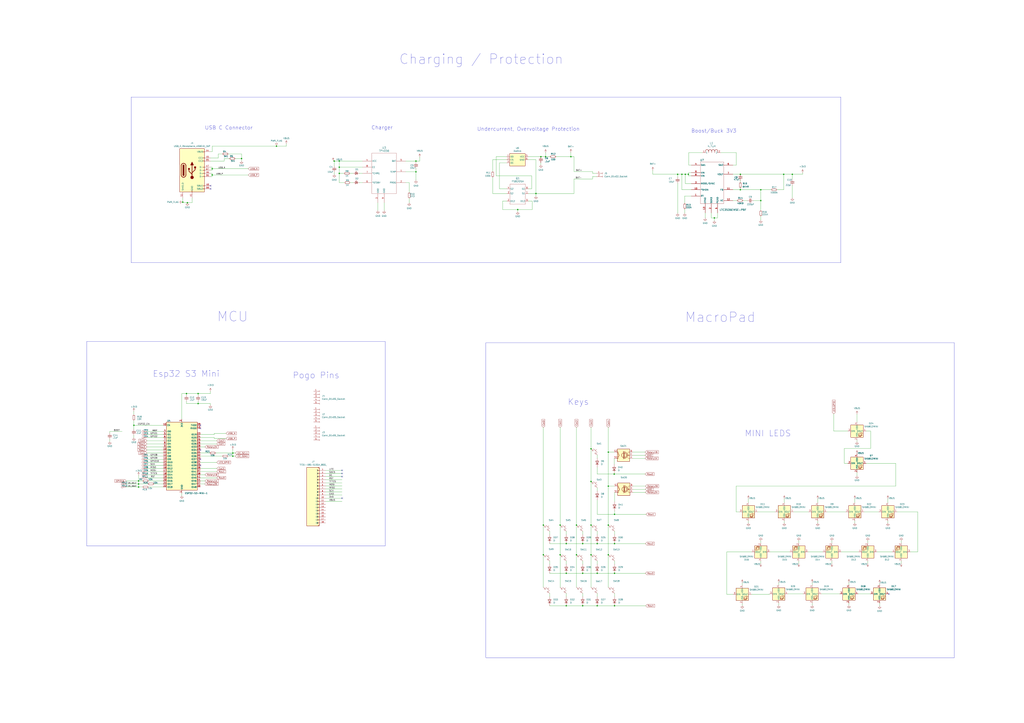
<source format=kicad_sch>
(kicad_sch (version 20231120) (generator "eeschema") (generator_version "8.0")
  (paper "A1")
  (junction (at 468.884 128.778))
  (junction (at 191.262 374.904))
  (junction (at 504.698 471.17))
  (junction (at 444.246 128.778))
  (junction (at 478.536 471.17))
  (junction (at 446.278 431.546))
  (junction (at 153.162 323.469))
  (junction (at 150.114 166.116))
  (junction (at 608.076 155.956))
  (junction (at 341.63 132.334))
  (junction (at 504.698 446.786))
  (junction (at 227.076 120.142))
  (junction (at 586.74 179.07))
  (junction (at 465.074 471.17))
  (junction (at 425.196 172.212))
  (junction (at 191.262 372.364))
  (junction (at 465.074 446.786))
  (junction (at 562.864 143.256))
  (junction (at 153.924 166.624))
  (junction (at 109.982 349.504))
  (junction (at 162.687 331.724))
  (junction (at 174.244 138.684))
  (junction (at 113.792 397.764))
  (junction (at 556.514 143.256))
  (junction (at 650.748 143.256))
  (junction (at 490.474 471.17))
  (junction (at 560.07 143.256))
  (junction (at 446.278 455.93))
  (junction (at 624.84 164.846))
  (junction (at 274.574 132.334))
  (junction (at 162.687 323.469))
  (junction (at 198.374 130.302))
  (junction (at 504.444 389.636))
  (junction (at 113.792 395.224))
  (junction (at 504.698 497.84))
  (junction (at 278.638 132.334))
  (junction (at 278.638 137.414))
  (junction (at 174.244 143.764))
  (junction (at 485.394 431.546))
  (junction (at 485.394 455.93))
  (junction (at 499.618 455.93))
  (junction (at 448.056 128.778))
  (junction (at 485.394 368.808))
  (junction (at 499.618 431.546))
  (junction (at 608.076 143.256))
  (junction (at 490.474 497.84))
  (junction (at 440.182 159.004))
  (junction (at 341.63 141.224))
  (junction (at 499.618 399.542))
  (junction (at 465.074 497.84))
  (junction (at 565.404 143.256))
  (junction (at 459.994 431.546))
  (junction (at 490.474 446.786))
  (junction (at 643.636 143.256))
  (junction (at 473.456 431.546))
  (junction (at 485.394 395.732))
  (junction (at 504.698 422.656))
  (junction (at 459.994 455.93))
  (junction (at 113.792 400.304))
  (junction (at 624.84 155.956))
  (junction (at 278.638 142.494))
  (junction (at 499.618 371.602))
  (junction (at 478.536 446.786))
  (junction (at 473.456 455.93))
  (junction (at 478.536 497.84))
  (no_connect (at 280.924 389.128))
  (no_connect (at 172.974 152.654))
  (no_connect (at 280.924 386.588))
  (no_connect (at 729.996 488.188))
  (no_connect (at 164.592 369.824))
  (no_connect (at 280.924 391.668))
  (no_connect (at 164.592 377.444))
  (no_connect (at 164.592 382.524))
  (no_connect (at 280.924 409.448))
  (no_connect (at 172.974 155.194))
  (no_connect (at 164.592 349.504))
  (no_connect (at 164.592 352.044))
  (wire (pts (xy 103.632 397.764) (xy 113.792 397.764)))
  (wire (pts (xy 504.444 389.128) (xy 504.444 389.636)))
  (wire (pts (xy 157.734 162.814) (xy 157.734 166.624)))
  (wire (pts (xy 153.162 323.469) (xy 153.162 324.739)))
  (wire (pts (xy 490.474 384.048) (xy 490.474 389.636)))
  (wire (pts (xy 608.076 149.606) (xy 608.076 148.336)))
  (wire (pts (xy 178.054 387.604) (xy 164.592 387.604)))
  (wire (pts (xy 624.84 155.956) (xy 624.84 164.846)))
  (wire (pts (xy 456.692 128.778) (xy 468.884 128.778)))
  (wire (pts (xy 650.748 143.256) (xy 650.748 147.32)))
  (wire (pts (xy 486.664 145.034) (xy 486.664 147.066)))
  (wire (pts (xy 267.462 391.668) (xy 280.924 391.668)))
  (wire (pts (xy 172.974 124.714) (xy 174.244 124.714)))
  (wire (pts (xy 608.076 155.956) (xy 624.84 155.956)))
  (wire (pts (xy 287.528 142.494) (xy 290.068 142.494)))
  (wire (pts (xy 448.056 128.778) (xy 451.612 128.778)))
  (wire (pts (xy 610.362 164.846) (xy 613.664 164.846)))
  (wire (pts (xy 174.244 137.414) (xy 174.244 138.684)))
  (wire (pts (xy 471.424 128.778) (xy 471.424 140.97)))
  (wire (pts (xy 267.462 396.748) (xy 280.924 396.748)))
  (wire (pts (xy 485.394 368.808) (xy 485.394 395.732)))
  (wire (pts (xy 451.358 446.786) (xy 465.074 446.786)))
  (wire (pts (xy 485.394 351.282) (xy 485.394 368.808)))
  (wire (pts (xy 465.074 497.84) (xy 478.536 497.84)))
  (wire (pts (xy 490.474 422.656) (xy 504.698 422.656)))
  (wire (pts (xy 198.374 130.302) (xy 198.374 132.207)))
  (wire (pts (xy 295.148 150.114) (xy 297.688 150.114)))
  (wire (pts (xy 179.324 126.492) (xy 182.499 126.492)))
  (wire (pts (xy 162.687 323.469) (xy 153.162 323.469)))
  (wire (pts (xy 650.748 152.4) (xy 650.748 162.56)))
  (wire (pts (xy 278.638 137.414) (xy 278.638 142.494)))
  (wire (pts (xy 149.352 323.469) (xy 149.352 344.424)))
  (wire (pts (xy 478.536 487.68) (xy 478.536 490.22)))
  (wire (pts (xy 193.294 130.302) (xy 198.374 130.302)))
  (wire (pts (xy 164.592 397.764) (xy 168.148 397.764)))
  (wire (pts (xy 150.114 166.116) (xy 150.114 166.624)))
  (wire (pts (xy 504.698 404.622) (xy 504.698 412.242)))
  (wire (pts (xy 440.182 131.318) (xy 440.182 159.004)))
  (wire (pts (xy 596.9 488.442) (xy 601.98 488.442)))
  (wire (pts (xy 282.702 150.114) (xy 278.638 150.114)))
  (wire (pts (xy 478.536 446.786) (xy 490.474 446.786)))
  (wire (pts (xy 267.462 409.448) (xy 280.924 409.448)))
  (wire (pts (xy 174.244 139.954) (xy 172.974 139.954)))
  (wire (pts (xy 608.076 143.256) (xy 643.636 143.256)))
  (wire (pts (xy 562.356 171.958) (xy 562.356 175.26)))
  (wire (pts (xy 437.134 172.212) (xy 437.134 165.354)))
  (wire (pts (xy 174.244 142.494) (xy 172.974 142.494)))
  (wire (pts (xy 90.17 354.584) (xy 90.17 355.854)))
  (wire (pts (xy 656.082 463.042) (xy 656.082 461.264)))
  (wire (pts (xy 451.358 487.68) (xy 451.358 490.22)))
  (wire (pts (xy 162.687 323.469) (xy 172.847 323.469)))
  (wire (pts (xy 567.69 161.036) (xy 562.356 161.036)))
  (wire (pts (xy 504.698 497.84) (xy 530.352 497.84)))
  (wire (pts (xy 267.462 389.128) (xy 280.924 389.128)))
  (wire (pts (xy 120.65 359.664) (xy 134.112 359.664)))
  (wire (pts (xy 519.684 371.602) (xy 529.844 371.602)))
  (wire (pts (xy 90.17 354.584) (xy 100.33 354.584)))
  (wire (pts (xy 584.2 179.07) (xy 586.74 179.07)))
  (wire (pts (xy 604.52 420.624) (xy 604.52 399.542)))
  (wire (pts (xy 164.592 390.144) (xy 168.402 390.144)))
  (wire (pts (xy 150.114 162.814) (xy 150.114 166.116)))
  (wire (pts (xy 715.01 354.33) (xy 715.01 368.554)))
  (wire (pts (xy 341.63 132.334) (xy 344.678 132.334)))
  (wire (pts (xy 120.65 369.824) (xy 134.112 369.824)))
  (wire (pts (xy 697.23 478.79) (xy 697.23 480.568)))
  (wire (pts (xy 624.84 177.8) (xy 624.84 180.848)))
  (wire (pts (xy 120.65 367.284) (xy 134.112 367.284)))
  (wire (pts (xy 120.65 387.604) (xy 134.112 387.604)))
  (wire (pts (xy 639.572 495.808) (xy 639.572 497.332)))
  (wire (pts (xy 267.462 401.828) (xy 280.924 401.828)))
  (wire (pts (xy 103.632 400.304) (xy 113.792 400.304)))
  (wire (pts (xy 164.592 372.364) (xy 172.212 372.364)))
  (wire (pts (xy 607.06 420.624) (xy 604.52 420.624)))
  (wire (pts (xy 178.054 364.744) (xy 164.592 364.744)))
  (wire (pts (xy 451.358 471.17) (xy 465.074 471.17)))
  (wire (pts (xy 490.474 487.68) (xy 490.474 490.22)))
  (wire (pts (xy 434.086 159.004) (xy 440.182 159.004)))
  (wire (pts (xy 490.474 446.786) (xy 504.698 446.786)))
  (wire (pts (xy 667.004 495.808) (xy 667.004 497.332)))
  (wire (pts (xy 499.618 431.546) (xy 499.618 455.93)))
  (wire (pts (xy 459.994 455.93) (xy 459.994 482.6)))
  (wire (pts (xy 113.792 395.224) (xy 117.094 395.224)))
  (wire (pts (xy 172.974 137.414) (xy 174.244 137.414)))
  (wire (pts (xy 565.404 141.986) (xy 565.404 143.256)))
  (wire (pts (xy 172.847 331.724) (xy 172.847 332.994)))
  (wire (pts (xy 416.052 128.778) (xy 407.416 128.778)))
  (wire (pts (xy 120.65 364.744) (xy 134.112 364.744)))
  (wire (pts (xy 565.658 135.636) (xy 565.658 125.476)))
  (wire (pts (xy 120.65 390.144) (xy 134.112 390.144)))
  (wire (pts (xy 586.74 179.07) (xy 586.74 181.356)))
  (wire (pts (xy 433.832 128.778) (xy 444.246 128.778)))
  (wire (pts (xy 624.84 155.956) (xy 633.222 155.956)))
  (wire (pts (xy 683.26 463.042) (xy 683.26 461.264)))
  (wire (pts (xy 113.792 400.304) (xy 116.967 400.304)))
  (wire (pts (xy 90.17 360.934) (xy 90.17 362.839)))
  (wire (pts (xy 412.75 172.212) (xy 425.196 172.212)))
  (wire (pts (xy 562.864 150.876) (xy 567.69 150.876)))
  (wire (pts (xy 109.982 357.759) (xy 109.982 359.664)))
  (wire (pts (xy 153.162 331.724) (xy 162.687 331.724)))
  (wire (pts (xy 433.832 131.318) (xy 440.182 131.318)))
  (wire (pts (xy 536.194 143.256) (xy 556.514 143.256)))
  (wire (pts (xy 267.462 404.368) (xy 280.924 404.368)))
  (wire (pts (xy 651.764 420.624) (xy 663.956 420.624)))
  (wire (pts (xy 273.558 132.334) (xy 274.574 132.334)))
  (wire (pts (xy 471.424 147.066) (xy 471.424 159.004)))
  (wire (pts (xy 490.474 497.84) (xy 504.698 497.84)))
  (wire (pts (xy 504.698 471.17) (xy 530.098 471.17)))
  (wire (pts (xy 174.244 138.684) (xy 203.962 138.684)))
  (wire (pts (xy 267.462 394.208) (xy 280.924 394.208)))
  (wire (pts (xy 416.052 131.318) (xy 404.622 131.318)))
  (wire (pts (xy 703.834 340.36) (xy 703.834 346.71)))
  (wire (pts (xy 567.69 135.636) (xy 565.658 135.636)))
  (wire (pts (xy 333.248 132.334) (xy 341.63 132.334)))
  (wire (pts (xy 650.748 143.256) (xy 659.13 143.256)))
  (wire (pts (xy 490.474 436.626) (xy 490.474 439.166)))
  (wire (pts (xy 639.572 478.79) (xy 639.572 480.568)))
  (wire (pts (xy 683.26 446.024) (xy 683.26 444.5)))
  (wire (pts (xy 490.474 461.01) (xy 490.474 463.55)))
  (wire (pts (xy 287.782 150.114) (xy 290.068 150.114)))
  (wire (pts (xy 684.784 340.106) (xy 684.784 354.33)))
  (wire (pts (xy 556.514 143.256) (xy 556.514 145.542)))
  (wire (pts (xy 436.626 155.194) (xy 434.086 155.194)))
  (wire (pts (xy 333.248 141.224) (xy 341.63 141.224)))
  (wire (pts (xy 715.01 368.554) (xy 693.42 368.554)))
  (wire (pts (xy 198.374 126.492) (xy 198.374 130.302)))
  (wire (pts (xy 584.2 175.006) (xy 584.2 179.07)))
  (wire (pts (xy 153.162 323.469) (xy 149.352 323.469)))
  (wire (pts (xy 120.65 357.124) (xy 134.112 357.124)))
  (wire (pts (xy 120.65 374.904) (xy 134.112 374.904)))
  (wire (pts (xy 485.394 431.546) (xy 485.394 455.93)))
  (wire (pts (xy 134.112 395.224) (xy 122.174 395.224)))
  (wire (pts (xy 614.68 409.956) (xy 614.68 413.004)))
  (wire (pts (xy 440.182 159.004) (xy 440.182 161.036)))
  (wire (pts (xy 486.664 140.97) (xy 486.664 142.494)))
  (wire (pts (xy 589.28 175.006) (xy 589.28 179.07)))
  (wire (pts (xy 113.792 397.764) (xy 121.412 397.764)))
  (wire (pts (xy 109.982 349.504) (xy 134.112 349.504)))
  (wire (pts (xy 416.306 165.354) (xy 412.75 165.354)))
  (wire (pts (xy 504.698 422.656) (xy 530.606 422.656)))
  (wire (pts (xy 336.042 163.068) (xy 336.042 166.624)))
  (wire (pts (xy 735.584 399.542) (xy 735.584 380.746)))
  (wire (pts (xy 297.688 137.414) (xy 278.638 137.414)))
  (wire (pts (xy 489.966 145.034) (xy 486.664 145.034)))
  (wire (pts (xy 601.98 164.846) (xy 605.282 164.846)))
  (wire (pts (xy 674.624 488.188) (xy 689.61 488.188)))
  (wire (pts (xy 164.592 367.284) (xy 168.402 367.284)))
  (wire (pts (xy 703.834 372.872) (xy 703.834 373.126)))
  (wire (pts (xy 504.444 371.602) (xy 499.618 371.602)))
  (wire (pts (xy 187.579 126.492) (xy 198.374 126.492)))
  (wire (pts (xy 465.074 471.17) (xy 478.536 471.17)))
  (wire (pts (xy 485.394 455.93) (xy 485.394 482.6)))
  (wire (pts (xy 624.84 463.042) (xy 624.84 461.264)))
  (wire (pts (xy 274.574 141.478) (xy 274.574 143.256)))
  (wire (pts (xy 490.474 422.656) (xy 490.474 410.972)))
  (wire (pts (xy 485.394 395.732) (xy 485.394 431.546)))
  (wire (pts (xy 714.756 488.188) (xy 704.85 488.188)))
  (wire (pts (xy 696.214 354.33) (xy 684.784 354.33)))
  (wire (pts (xy 436.626 144.526) (xy 436.626 155.194)))
  (wire (pts (xy 499.618 455.93) (xy 499.618 482.6)))
  (wire (pts (xy 490.474 389.636) (xy 504.444 389.636)))
  (wire (pts (xy 315.468 166.624) (xy 315.468 172.974)))
  (wire (pts (xy 407.416 128.778) (xy 407.416 144.526)))
  (wire (pts (xy 693.42 380.746) (xy 696.214 380.746)))
  (wire (pts (xy 601.98 155.956) (xy 608.076 155.956)))
  (wire (pts (xy 278.638 142.494) (xy 282.448 142.494)))
  (wire (pts (xy 712.724 463.042) (xy 712.724 461.264)))
  (wire (pts (xy 459.994 351.282) (xy 459.994 431.546)))
  (wire (pts (xy 656.082 446.024) (xy 656.082 444.5)))
  (wire (pts (xy 638.302 155.956) (xy 643.636 155.956)))
  (wire (pts (xy 504.698 446.786) (xy 530.098 446.786)))
  (wire (pts (xy 440.182 159.004) (xy 471.424 159.004)))
  (wire (pts (xy 504.444 389.636) (xy 529.844 389.636)))
  (wire (pts (xy 444.246 133.858) (xy 444.246 135.382)))
  (wire (pts (xy 444.246 128.778) (xy 448.056 128.778)))
  (wire (pts (xy 486.664 142.494) (xy 489.966 142.494)))
  (wire (pts (xy 412.75 165.354) (xy 412.75 172.212)))
  (wire (pts (xy 193.167 374.904) (xy 191.262 374.904)))
  (wire (pts (xy 341.63 138.43) (xy 341.63 141.224)))
  (wire (pts (xy 425.196 172.212) (xy 437.134 172.212)))
  (wire (pts (xy 341.63 132.334) (xy 341.63 133.35)))
  (wire (pts (xy 471.424 147.066) (xy 486.664 147.066)))
  (wire (pts (xy 407.416 144.526) (xy 436.626 144.526)))
  (wire (pts (xy 609.6 496.062) (xy 609.6 497.586)))
  (wire (pts (xy 120.65 372.364) (xy 134.112 372.364)))
  (wire (pts (xy 178.054 379.984) (xy 164.592 379.984)))
  (wire (pts (xy 504.698 399.542) (xy 499.618 399.542)))
  (wire (pts (xy 567.69 144.526) (xy 565.404 144.526)))
  (wire (pts (xy 609.6 479.044) (xy 609.6 480.822)))
  (wire (pts (xy 448.056 125.476) (xy 448.056 128.778)))
  (wire (pts (xy 604.774 125.476) (xy 604.774 135.636)))
  (wire (pts (xy 176.022 360.426) (xy 185.674 360.426)))
  (wire (pts (xy 693.42 368.554) (xy 693.42 380.746)))
  (wire (pts (xy 103.632 395.224) (xy 113.792 395.224)))
  (wire (pts (xy 267.462 386.588) (xy 280.924 386.588)))
  (wire (pts (xy 473.456 431.546) (xy 473.456 455.93)))
  (wire (pts (xy 172.847 331.724) (xy 162.687 331.724)))
  (wire (pts (xy 465.074 487.68) (xy 465.074 490.22)))
  (wire (pts (xy 310.388 166.624) (xy 310.388 172.974)))
  (wire (pts (xy 174.244 120.142) (xy 174.244 124.714)))
  (wire (pts (xy 184.15 130.302) (xy 188.214 130.302)))
  (wire (pts (xy 120.65 392.684) (xy 134.112 392.684)))
  (wire (pts (xy 468.884 128.778) (xy 471.424 128.778)))
  (wire (pts (xy 722.376 479.298) (xy 722.376 480.568)))
  (wire (pts (xy 333.248 150.114) (xy 336.042 150.114)))
  (wire (pts (xy 560.07 155.956) (xy 567.69 155.956)))
  (wire (pts (xy 729.234 409.956) (xy 729.234 413.004)))
  (wire (pts (xy 278.638 132.334) (xy 278.638 137.414)))
  (wire (pts (xy 465.074 461.01) (xy 465.074 463.55)))
  (wire (pts (xy 592.074 125.476) (xy 604.774 125.476)))
  (wire (pts (xy 410.21 133.858) (xy 416.052 133.858)))
  (wire (pts (xy 667.004 478.79) (xy 667.004 480.568)))
  (wire (pts (xy 601.98 143.256) (xy 608.076 143.256)))
  (wire (pts (xy 174.244 138.684) (xy 174.244 139.954)))
  (wire (pts (xy 490.474 373.888) (xy 490.474 376.428)))
  (wire (pts (xy 579.12 175.006) (xy 579.12 179.07)))
  (wire (pts (xy 120.65 382.524) (xy 134.112 382.524)))
  (wire (pts (xy 709.676 420.624) (xy 721.614 420.624)))
  (wire (pts (xy 697.23 495.808) (xy 697.23 497.332)))
  (wire (pts (xy 729.234 428.244) (xy 729.234 429.768)))
  (wire (pts (xy 162.687 324.739) (xy 162.687 323.469)))
  (wire (pts (xy 663.702 453.644) (xy 675.64 453.644)))
  (wire (pts (xy 504.698 419.862) (xy 504.698 422.656)))
  (wire (pts (xy 536.194 139.954) (xy 536.194 143.256)))
  (wire (pts (xy 478.536 461.01) (xy 478.536 463.55)))
  (wire (pts (xy 504.698 487.68) (xy 504.698 490.22)))
  (wire (pts (xy 446.278 455.93) (xy 446.278 482.6)))
  (wire (pts (xy 157.734 166.624) (xy 153.924 166.624)))
  (wire (pts (xy 519.684 376.682) (xy 529.844 376.682)))
  (wire (pts (xy 274.574 132.334) (xy 274.574 136.398)))
  (wire (pts (xy 478.536 471.17) (xy 490.474 471.17)))
  (wire (pts (xy 176.022 356.108) (xy 185.674 356.108)))
  (wire (pts (xy 164.592 357.124) (xy 176.022 357.124)))
  (wire (pts (xy 562.864 150.876) (xy 562.864 143.256)))
  (wire (pts (xy 690.88 453.644) (xy 705.104 453.644)))
  (wire (pts (xy 451.358 461.01) (xy 451.358 463.55)))
  (wire (pts (xy 586.74 179.07) (xy 589.28 179.07)))
  (wire (pts (xy 468.884 125.222) (xy 468.884 128.778)))
  (wire (pts (xy 722.376 495.808) (xy 722.376 497.84)))
  (wire (pts (xy 174.244 143.764) (xy 203.962 143.764)))
  (wire (pts (xy 164.592 359.664) (xy 176.022 359.664)))
  (wire (pts (xy 504.698 461.01) (xy 504.698 463.55)))
  (wire (pts (xy 753.618 453.644) (xy 747.776 453.644)))
  (wire (pts (xy 109.982 349.504) (xy 109.982 352.679)))
  (wire (pts (xy 109.982 345.694) (xy 109.982 349.504)))
  (wire (pts (xy 465.074 446.786) (xy 478.536 446.786)))
  (wire (pts (xy 471.424 140.97) (xy 486.664 140.97)))
  (wire (pts (xy 659.13 141.986) (xy 659.13 143.256)))
  (wire (pts (xy 632.46 453.644) (xy 648.462 453.644)))
  (wire (pts (xy 404.622 145.796) (xy 404.622 159.004)))
  (wire (pts (xy 715.01 354.33) (xy 711.454 354.33)))
  (wire (pts (xy 712.724 446.024) (xy 712.724 444.5)))
  (wire (pts (xy 519.684 374.142) (xy 529.844 374.142)))
  (wire (pts (xy 499.618 371.602) (xy 499.618 399.542)))
  (wire (pts (xy 644.144 409.956) (xy 644.144 413.004)))
  (wire (pts (xy 499.618 399.542) (xy 499.618 431.546)))
  (wire (pts (xy 179.324 126.492) (xy 179.324 129.794)))
  (wire (pts (xy 562.864 143.256) (xy 565.404 143.256)))
  (wire (pts (xy 679.196 420.624) (xy 694.436 420.624)))
  (wire (pts (xy 519.938 399.542) (xy 530.098 399.542)))
  (wire (pts (xy 702.056 428.244) (xy 702.056 429.768)))
  (wire (pts (xy 490.474 400.812) (xy 490.474 403.352)))
  (wire (pts (xy 519.938 404.622) (xy 530.098 404.622)))
  (wire (pts (xy 336.042 150.114) (xy 336.042 157.988)))
  (wire (pts (xy 703.834 390.906) (xy 703.834 388.366)))
  (wire (pts (xy 624.84 164.846) (xy 624.84 172.72)))
  (wire (pts (xy 191.262 372.364) (xy 191.262 374.904)))
  (wire (pts (xy 120.65 379.984) (xy 134.112 379.984)))
  (wire (pts (xy 149.352 405.384) (xy 149.352 407.289)))
  (wire (pts (xy 624.84 446.024) (xy 624.84 444.5)))
  (wire (pts (xy 643.636 155.956) (xy 643.636 143.256)))
  (wire (pts (xy 120.65 362.204) (xy 134.112 362.204)))
  (wire (pts (xy 425.196 172.212) (xy 425.196 173.99)))
  (wire (pts (xy 162.687 331.724) (xy 162.687 329.819)))
  (wire (pts (xy 596.9 453.644) (xy 617.22 453.644)))
  (wire (pts (xy 473.456 455.93) (xy 473.456 482.6)))
  (wire (pts (xy 735.584 380.746) (xy 711.454 380.746)))
  (wire (pts (xy 235.204 118.11) (xy 235.204 120.142)))
  (wire (pts (xy 278.638 142.494) (xy 278.638 150.114)))
  (wire (pts (xy 451.358 497.84) (xy 465.074 497.84)))
  (wire (pts (xy 122.047 400.304) (xy 134.112 400.304)))
  (wire (pts (xy 267.462 406.908) (xy 280.924 406.908)))
  (wire (pts (xy 753.618 420.624) (xy 753.618 453.644)))
  (wire (pts (xy 562.356 161.036) (xy 562.356 166.878)))
  (wire (pts (xy 644.144 428.244) (xy 644.144 429.768)))
  (wire (pts (xy 174.244 120.142) (xy 227.076 120.142)))
  (wire (pts (xy 295.148 142.494) (xy 297.688 142.494)))
  (wire (pts (xy 172.974 145.034) (xy 174.244 145.034)))
  (wire (pts (xy 150.114 166.624) (xy 153.924 166.624)))
  (wire (pts (xy 478.536 436.626) (xy 478.536 439.166)))
  (wire (pts (xy 178.054 385.064) (xy 164.592 385.064)))
  (wire (pts (xy 404.622 131.318) (xy 404.622 140.716)))
  (wire (pts (xy 172.974 129.794) (xy 179.324 129.794)))
  (wire (pts (xy 191.262 374.904) (xy 187.452 374.904)))
  (wire (pts (xy 191.262 369.316) (xy 191.262 372.364)))
  (wire (pts (xy 278.638 132.334) (xy 297.688 132.334)))
  (wire (pts (xy 184.15 132.334) (xy 184.15 130.302)))
  (wire (pts (xy 176.022 359.664) (xy 176.022 360.426)))
  (wire (pts (xy 631.952 488.442) (xy 631.952 488.188)))
  (wire (pts (xy 113.792 390.652) (xy 113.792 395.224)))
  (wire (pts (xy 565.658 125.476) (xy 576.834 125.476)))
  (wire (pts (xy 504.698 436.626) (xy 504.698 439.166)))
  (wire (pts (xy 604.52 399.542) (xy 735.584 399.542)))
  (wire (pts (xy 446.278 431.546) (xy 446.278 455.93)))
  (wire (pts (xy 109.982 340.614) (xy 109.982 338.074)))
  (wire (pts (xy 227.076 120.142) (xy 235.204 120.142)))
  (wire (pts (xy 465.074 436.626) (xy 465.074 439.166)))
  (wire (pts (xy 113.792 395.224) (xy 113.792 397.764)))
  (wire (pts (xy 274.574 132.334) (xy 278.638 132.334)))
  (wire (pts (xy 174.244 145.034) (xy 174.244 143.764)))
  (wire (pts (xy 604.774 135.636) (xy 601.98 135.636)))
  (wire (pts (xy 720.344 453.644) (xy 732.536 453.644)))
  (wire (pts (xy 126.492 397.764) (xy 134.112 397.764)))
  (wire (pts (xy 113.792 397.764) (xy 113.792 400.304)))
  (wire (pts (xy 451.358 436.626) (xy 451.358 439.166)))
  (wire (pts (xy 622.3 420.624) (xy 636.524 420.624)))
  (wire (pts (xy 596.9 453.644) (xy 596.9 488.442)))
  (wire (pts (xy 478.536 497.84) (xy 490.474 497.84)))
  (wire (pts (xy 178.054 392.684) (xy 164.592 392.684)))
  (wire (pts (xy 618.744 164.846) (xy 624.84 164.846)))
  (wire (pts (xy 120.65 354.584) (xy 134.112 354.584)))
  (wire (pts (xy 671.576 428.244) (xy 671.576 429.768)))
  (wire (pts (xy 556.514 143.256) (xy 560.07 143.256)))
  (wire (pts (xy 267.462 399.288) (xy 280.924 399.288)))
  (wire (pts (xy 164.592 374.904) (xy 182.372 374.904)))
  (wire (pts (xy 193.167 372.364) (xy 191.262 372.364)))
  (wire (pts (xy 164.592 395.224) (xy 168.402 395.224)))
  (wire (pts (xy 341.63 141.224) (xy 341.63 148.082)))
  (wire (pts (xy 120.65 377.444) (xy 134.112 377.444)))
  (wire (pts (xy 560.07 155.956) (xy 560.07 143.256)))
  (wire (pts (xy 614.68 428.244) (xy 614.68 429.768)))
  (wire (pts (xy 740.156 446.024) (xy 740.156 444.5)))
  (wire (pts (xy 643.636 143.256) (xy 650.748 143.256)))
  (wire (pts (xy 702.056 409.956) (xy 702.056 413.004)))
  (wire (pts (xy 153.162 329.819) (xy 153.162 331.724)))
  (wire (pts (xy 608.076 154.686) (xy 608.076 155.956)))
  (wire (pts (xy 437.134 165.354) (xy 434.086 165.354)))
  (wire (pts (xy 565.404 143.256) (xy 565.404 144.526)))
  (wire (pts (xy 499.618 371.602) (xy 499.618 351.282)))
  (wire (pts (xy 120.65 385.064) (xy 134.112 385.064)))
  (wire (pts (xy 703.834 361.95) (xy 703.834 362.966)))
  (wire (pts (xy 174.244 143.764) (xy 174.244 142.494)))
  (wire (pts (xy 178.054 362.204) (xy 164.592 362.204)))
  (wire (pts (xy 416.306 159.004) (xy 404.622 159.004)))
  (wire (pts (xy 556.514 150.622) (xy 556.514 175.26)))
  (wire (pts (xy 473.456 351.282) (xy 473.456 431.546)))
  (wire (pts (xy 416.306 155.194) (xy 410.21 155.194)))
  (wire (pts (xy 177.292 372.364) (xy 191.262 372.364)))
  (wire (pts (xy 736.854 420.624) (xy 753.618 420.624)))
  (wire (pts (xy 344.678 129.032) (xy 344.678 132.334)))
  (wire (pts (xy 647.192 488.188) (xy 659.384 488.188)))
  (wire (pts (xy 410.21 155.194) (xy 410.21 133.858)))
  (wire (pts (xy 490.474 471.17) (xy 504.698 471.17)))
  (wire (pts (xy 176.022 357.124) (xy 176.022 356.108)))
  (wire (pts (xy 565.404 141.986) (xy 567.69 141.986)))
  (wire (pts (xy 459.994 431.546) (xy 459.994 455.93)))
  (wire (pts (xy 519.938 402.082) (xy 530.098 402.082)))
  (wire (pts (xy 172.847 321.564) (xy 172.847 323.469)))
  (wire (pts (xy 172.974 132.334) (xy 184.15 132.334)))
  (wire (pts (xy 446.278 351.282) (xy 446.278 431.546)))
  (wire (pts (xy 671.576 409.956) (xy 671.576 413.004)))
  (wire (pts (xy 560.07 143.256) (xy 562.864 143.256)))
  (wire (pts (xy 740.156 463.042) (xy 740.156 461.264)))
  (wire (pts (xy 267.462 411.988) (xy 280.924 411.988)))
  (wire (pts (xy 617.22 488.442) (xy 631.952 488.442)))
  (wire (pts (xy 504.444 376.682) (xy 504.444 381.508)))
  (rectangle (start 71.12 280.67) (end 316.484 448.564))
  (rectangle (start 399.034 281.686) (end 783.844 540.512))
  (rectangle (start 107.696 79.756) (end 690.626 215.9))
  (text "USB C Connector" (at 187.96 105.156 0) (effects (font (size 3 3))))
  (text "Pogo Pins\n" (at 259.588 308.61 0) (effects (font (size 5 5))))
  (text "Charger" (at 313.817 105.029 0) (effects (font (size 3 3))))
  (text "Keys" (at 474.98 330.454 0) (effects (font (size 5 5))))
  (text "MINI LEDS" (at 630.682 356.362 0) (effects (font (size 5 5))))
  (text "Undercurrent, Overvoltage Protection" (at 433.959 106.172 0) (effects (font (size 3 3))))
  (text "Boost/Buck 3V3" (at 586.232 107.696 0) (effects (font (size 3 3))))
  (text "MCU" (at 191.008 260.35 0) (effects (font (size 8 8))))
  (text "MacroPad" (at 591.566 260.858 0) (effects (font (size 8 8))))
  (text "Esp32 S3 Mini" (at 152.908 307.34 0) (effects (font (size 5 5))))
  (text "Charging / Protection" (at 395.224 48.768 0) (effects (font (size 8 8))))
  (label "GND" (at 270.256 406.908 0))
  (label "BAT-" (at 477.774 147.066 180))
  (label "GPIO10" (at 123.444 379.984 0))
  (label "RST" (at 123.698 392.684 0))
  (label "MISO" (at 270.256 401.828 0))
  (label "BAT+" (at 478.028 140.97 180))
  (label "MISO" (at 123.444 385.064 0))
  (label "I2C_SCL2" (at 104.902 397.764 0) (effects (font (size 1 1))))
  (label "SCK" (at 270.256 404.368 0))
  (label "MOSI" (at 270.256 399.288 0))
  (label "I2C_SDA2" (at 104.902 400.304 0) (effects (font (size 1 1))))
  (label "USB_P" (at 177.546 143.764 0) (effects (font (size 1.15 1.15))))
  (label "DC" (at 270.256 391.668 0))
  (label "TFTCS" (at 123.444 390.144 0))
  (label "BOOT" (at 93.345 354.584 0))
  (label "TFTCS" (at 270.256 396.748 0))
  (label "GPIO2" (at 123.444 359.664 0))
  (label "3VO" (at 270.256 409.448 0))
  (label "LITE" (at 270.256 386.588 0))
  (label "GPIO9" (at 123.444 377.444 0))
  (label "USB_N" (at 179.324 138.684 0) (effects (font (size 1.15 1.15))))
  (label "SDCS" (at 270.256 389.128 0))
  (label "VBUS" (at 270.256 411.988 0))
  (label "ESP32_EN" (at 113.157 349.504 0))
  (label "GPIO8" (at 123.444 374.904 0))
  (label "BOOT" (at 125.222 354.584 0) (effects (font (size 1 1))))
  (label "RST" (at 270.256 394.208 0))
  (label "GPIO1" (at 123.444 357.124 0))
  (label "SCK" (at 123.444 382.524 0))
  (label "MOSI" (at 123.444 387.604 0))
  (global_label "Rotary2A" (shape input) (at 530.098 404.622 0) (property "Intersheetrefs" "${INTERSHEET_REFS}" (effects (hide yes))))
  (global_label "Col4" (shape input) (at 178.054 364.744 0) (property "Intersheetrefs" "${INTERSHEET_REFS}" (effects (hide yes))))
  (global_label "Row4" (shape input) (at 530.352 497.84 0) (property "Intersheetrefs" "${INTERSHEET_REFS}" (effects (hide yes))))
  (global_label "USB_N" (shape input) (at 203.962 138.684 0) (property "Intersheetrefs" "${INTERSHEET_REFS}" (effects (hide yes))))
  (global_label "USB_N" (shape input) (at 185.674 356.108 0) (property "Intersheetrefs" "${INTERSHEET_REFS}" (effects (hide yes))))
  (global_label "USB_P" (shape input) (at 185.674 360.426 0) (property "Intersheetrefs" "${INTERSHEET_REFS}" (effects (hide yes))))
  (global_label "LED_GPIO" (shape input) (at 178.054 379.984 0) (property "Intersheetrefs" "${INTERSHEET_REFS}" (effects (hide yes))))
  (global_label "Col0" (shape input) (at 120.65 362.204 180) (property "Intersheetrefs" "${INTERSHEET_REFS}" (effects (hide yes))))
  (global_label "GND" (shape input) (at 529.844 374.142 0) (property "Intersheetrefs" "${INTERSHEET_REFS}" (effects (hide yes))))
  (global_label "Rotary1B" (shape input) (at 529.844 371.602 0) (property "Intersheetrefs" "${INTERSHEET_REFS}" (effects (hide yes))))
  (global_label "Row1" (shape input) (at 530.606 422.656 0) (property "Intersheetrefs" "${INTERSHEET_REFS}" (effects (hide yes))))
  (global_label "Rotary1A" (shape input) (at 168.402 395.224 0) (property "Intersheetrefs" "${INTERSHEET_REFS}" (effects (hide yes))))
  (global_label "Rotary2B" (shape input) (at 530.098 399.542 0) (property "Intersheetrefs" "${INTERSHEET_REFS}" (effects (hide yes))))
  (global_label "Col4" (shape input) (at 499.618 351.282 90) (property "Intersheetrefs" "${INTERSHEET_REFS}" (effects (hide yes))))
  (global_label "Col1" (shape input) (at 459.994 351.282 90) (property "Intersheetrefs" "${INTERSHEET_REFS}" (effects (hide yes))))
  (global_label "Col3" (shape input) (at 178.054 385.064 0) (property "Intersheetrefs" "${INTERSHEET_REFS}" (effects (hide yes))))
  (global_label "Col2" (shape input) (at 178.054 362.204 0) (property "Intersheetrefs" "${INTERSHEET_REFS}" (effects (hide yes))))
  (global_label "Rotary2B" (shape input) (at 168.148 397.764 0) (property "Intersheetrefs" "${INTERSHEET_REFS}" (effects (hide yes))))
  (global_label "Row4" (shape input) (at 120.65 364.744 180) (property "Intersheetrefs" "${INTERSHEET_REFS}" (effects (hide yes))))
  (global_label "Rotary1A" (shape input) (at 529.844 376.682 0) (property "Intersheetrefs" "${INTERSHEET_REFS}" (effects (hide yes))))
  (global_label "GPIO16" (shape input) (at 103.632 395.224 180) (property "Intersheetrefs" "${INTERSHEET_REFS}" (effects (hide yes))))
  (global_label "Row0" (shape input) (at 178.054 392.684 0) (property "Intersheetrefs" "${INTERSHEET_REFS}" (effects (hide yes))))
  (global_label "Row2" (shape input) (at 120.65 369.824 180) (property "Intersheetrefs" "${INTERSHEET_REFS}" (effects (hide yes))))
  (global_label "Row0" (shape input) (at 529.844 389.636 0) (property "Intersheetrefs" "${INTERSHEET_REFS}" (effects (hide yes))))
  (global_label "Row3" (shape input) (at 120.65 367.284 180) (property "Intersheetrefs" "${INTERSHEET_REFS}" (effects (hide yes))))
  (global_label "Col2" (shape input) (at 473.456 351.282 90) (property "Intersheetrefs" "${INTERSHEET_REFS}" (effects (hide yes))))
  (global_label "Rotary2A" (shape input) (at 168.402 367.284 0) (property "Intersheetrefs" "${INTERSHEET_REFS}" (effects (hide yes))))
  (global_label "LED_GPIO" (shape input) (at 684.784 340.106 90) (property "Intersheetrefs" "${INTERSHEET_REFS}" (effects (hide yes))))
  (global_label "Row2" (shape input) (at 530.098 446.786 0) (property "Intersheetrefs" "${INTERSHEET_REFS}" (effects (hide yes))))
  (global_label "Rotary1B" (shape input) (at 168.402 390.144 0) (property "Intersheetrefs" "${INTERSHEET_REFS}" (effects (hide yes))))
  (global_label "Row3" (shape input) (at 530.098 471.17 0) (property "Intersheetrefs" "${INTERSHEET_REFS}" (effects (hide yes))))
  (global_label "I2C_SDA1" (shape input) (at 193.167 374.904 0) (property "Intersheetrefs" "${INTERSHEET_REFS}" (effects (hide yes))))
  (global_label "Col3" (shape input) (at 485.394 351.282 90) (property "Intersheetrefs" "${INTERSHEET_REFS}" (effects (hide yes))))
  (global_label "USB_P" (shape input) (at 203.962 143.764 0) (property "Intersheetrefs" "${INTERSHEET_REFS}" (effects (hide yes))))
  (global_label "Row1" (shape input) (at 178.054 387.604 0) (property "Intersheetrefs" "${INTERSHEET_REFS}" (effects (hide yes))))
  (global_label "Col0" (shape input) (at 446.278 351.282 90) (property "Intersheetrefs" "${INTERSHEET_REFS}" (effects (hide yes))))
  (global_label "I2C_SCL1" (shape input) (at 193.167 372.364 0) (property "Intersheetrefs" "${INTERSHEET_REFS}" (effects (hide yes))))
  (global_label "GND" (shape input) (at 530.098 402.082 0) (property "Intersheetrefs" "${INTERSHEET_REFS}" (effects (hide yes))))
  (global_label "Col1" (shape input) (at 120.65 372.364 180) (property "Intersheetrefs" "${INTERSHEET_REFS}" (effects (hide yes))))
  (symbol (lib_id "Device:R_Small") (at 562.356 169.418 180) (unit 1)
    (property "Reference" "R13" (at 565.404 168.402 0))
    (property "Value" "332k" (at 565.658 170.434 0))
    (property "Footprint" "Resistor_SMD:R_0603_1608Metric_Pad0.98x0.95mm_HandSolder" (effects (hide yes)))
    (property "Description" "Resistor, small symbol" (effects (hide yes)))
    (property "Manufacture Part Number" "RC0603FR-07332KL" (effects (hide yes)))
    (property "LCSC Part Number" "C309562" (effects (hide yes)))
  )
  (symbol (lib_id "power:GND") (at 310.388 172.974 0) (unit 1)
    (property "Reference" "#PWR014" (effects (hide yes)))
    (property "Value" "GND" (at 310.388 177.546 0))
    (property "Description" "Power symbol creates a global label with name \"GND\" , ground" (effects (hide yes)))
  )
  (symbol (lib_id "Device:RotaryEncoder_Switch") (at 512.318 402.082 180) (unit 1)
    (property "Reference" "SW20" (at 512.318 392.43 0))
    (property "Value" "RotaryEncoder_Switch" (effects (hide yes)))
    (property "Footprint" "Rotary_Encoder_Adafruit:Bourns-PEC11R-4220F-S0024-0-0-0" (effects (hide yes)))
    (property "Description" "Rotary encoder, dual channel, incremental quadrate outputs, with switch" (effects (hide yes)))
  )
  (symbol (lib_id "power:+3V3") (at 671.576 409.956 0) (unit 1)
    (property "Reference" "#PWR09" (effects (hide yes)))
    (property "Value" "VBUS" (at 674.624 409.448 0))
    (property "Description" "Power symbol creates a global label with name \"+3V3\"" (effects (hide yes)))
  )
  (symbol (lib_id "power:VBUS") (at 235.204 118.11 0) (unit 1)
    (property "Reference" "#PWR011" (effects (hide yes)))
    (property "Value" "VBUS" (at 235.204 113.665 0))
    (property "Description" "Power symbol creates a global label with name \"VBUS\"" (effects (hide yes)))
  )
  (symbol (lib_id "Connector:Conn_01x05_Socket") (at 262.636 341.63 0) (unit 1)
    (property "Reference" "J2" (at 264.414 340.3599 0) (effects (justify left)))
    (property "Value" "Conn_01x05_Socket" (at 264.414 342.8999 0) (effects (justify left)))
    (property "Footprint" "Connector_PinHeader_2.54mm:PinHeader_1x05_P2.54mm_Vertical_Adafruit" (effects (hide yes)))
    (property "Description" "Generic connector, single row, 01x05, script generated" (effects (hide yes)))
  )
  (symbol (lib_id "Device:R_Small") (at 454.152 128.778 270) (mirror x) (unit 1)
    (property "Reference" "R12" (at 452.374 126.492 90) (effects (justify left)))
    (property "Value" "100" (at 452.374 131.064 90) (effects (justify left)))
    (property "Footprint" "Resistor_SMD:R_0603_1608Metric_Pad0.98x0.95mm_HandSolder" (effects (hide yes)))
    (property "Description" "Resistor, small symbol" (effects (hide yes)))
    (property "Manufacture Part Number" "WR06X1020FTL" (effects (hide yes)))
    (property "LCSC Part Number" "C170434" (effects (hide yes)))
  )
  (symbol (lib_id "18_PIN_FCP_CONNECTOR:TF31-18S-0.5SH_800_") (at 257.302 409.448 0) (unit 1)
    (property "Reference" "J7" (at 257.1937 379.476 0))
    (property "Value" "TF31-18S-0.5SH_800_" (at 257.1937 382.016 0))
    (property "Footprint" "18_PIN_FCP_CONNECTOR:HRS_TF31-18S-0.5SH_800_" (effects (hide yes)))
    (property "MANUFACTURER" "HRS" (effects (hide yes)))
  )
  (symbol (lib_id "LED:SK6812MINI") (at 667.004 488.188 0) (unit 1)
    (property "Reference" "D19" (at 678.688 481.8694 0))
    (property "Value" "SK6812MINI" (at 678.688 484.4094 0))
    (property "Footprint" "LED_SMD:LED_SK6812MINI_PLCC4_3.5x3.5mm_P1.75mm_1_Hole_Pads" (effects (hide yes)))
    (property "Datasheet" "https://cdn-shop.adafruit.com/product-files/2686/SK6812MINI_REV.01-1-2.pdf" (effects (hide yes)))
    (property "Description" "RGB LED with integrated controller" (effects (hide yes)))
  )
  (symbol (lib_id "Connector:TestPoint") (at 120.65 379.984 90) (unit 1)
    (property "Reference" "TP6" (at 121.666 378.968 90) (effects (justify left)))
    (property "Value" "TestPoint" (effects (hide yes)))
    (property "Footprint" "TestPoint:TestPoint_Pad_D1.0mm" (effects (hide yes)))
    (property "Description" "test point" (effects (hide yes)))
  )
  (symbol (lib_id "LED:SK6812MINI") (at 712.724 453.644 180) (unit 1)
    (property "Reference" "D13" (at 701.04 459.9626 0))
    (property "Value" "SK6812MINI" (at 701.04 457.4226 0))
    (property "Footprint" "LED_SMD:LED_SK6812MINI_PLCC4_3.5x3.5mm_P1.75mm_1_Hole_Pads" (effects (hide yes)))
    (property "Datasheet" "https://cdn-shop.adafruit.com/product-files/2686/SK6812MINI_REV.01-1-2.pdf" (effects (hide yes)))
    (property "Description" "RGB LED with integrated controller" (effects (hide yes)))
  )
  (symbol (lib_id "Connector:Conn_01x02_Socket") (at 495.046 142.494 0) (unit 1)
    (property "Reference" "J5" (at 496.316 142.4939 0) (effects (justify left)))
    (property "Value" "Conn_01x02_Socket" (at 496.316 145.0339 0) (effects (justify left)))
    (property "Footprint" "Connector_JST:JST_XH_S2B-XH-A_1x02_P2.50mm_Horizontal" (effects (hide yes)))
    (property "Description" "Generic connector, single row, 01x02, script generated" (effects (hide yes)))
  )
  (symbol (lib_id "Device:D") (at 478.536 442.976 90) (unit 1)
    (property "Reference" "D39" (at 481.584 441.7059 90) (effects (justify right)))
    (property "Value" "D" (at 481.584 444.2459 90) (effects (justify right)))
    (property "Footprint" "Diode_SMD:D_0603_1608Metric" (effects (hide yes)))
    (property "Description" "Diode" (effects (hide yes)))
    (property "Sim.Device" "D" (effects (hide yes)))
    (property "Sim.Pins" "1=K 2=A" (effects (hide yes)))
  )
  (symbol (lib_id "Connector:Conn_01x05_Socket") (at 262.636 356.616 0) (unit 1)
    (property "Reference" "J3" (at 264.414 355.3459 0) (effects (justify left)))
    (property "Value" "Conn_01x05_Socket" (at 264.414 357.8859 0) (effects (justify left)))
    (property "Footprint" "Connector_PinHeader_2.54mm:PinHeader_1x05_P2.54mm_Vertical_Adafruit" (effects (hide yes)))
    (property "Description" "Generic connector, single row, 01x05, script generated" (effects (hide yes)))
  )
  (symbol (lib_id "RF_Module:ESP32-S3-MINI-1") (at 149.352 374.904 0) (unit 1)
    (property "Reference" "U4" (at 137.287 345.694 0) (effects (justify left)))
    (property "Value" "ESP32-S3-MINI-1" (at 151.892 405.384 0) (effects (justify left)))
    (property "Footprint" "RF_Module:ESP32-S2-MINI-1" (effects (hide yes)))
    (property "Datasheet" "https://www.espressif.com/sites/default/files/documentation/esp32-s3-mini-1_mini-1u_datasheet_en.pdf" (effects (hide yes)))
    (property "Description" "RF Module, ESP32-S3 SoC, Wi-Fi 802.11b/g/n, Bluetooth, BLE, 32-bit, 3.3V, SMD, onboard antenna" (effects (hide yes)))
  )
  (symbol (lib_id "Device:D") (at 490.474 494.03 90) (unit 1)
    (property "Reference" "D27" (at 493.522 492.7599 90) (effects (justify right)))
    (property "Value" "D" (at 493.522 495.2999 90) (effects (justify right)))
    (property "Footprint" "Diode_SMD:D_0603_1608Metric" (effects (hide yes)))
    (property "Description" "Diode" (effects (hide yes)))
    (property "Sim.Device" "D" (effects (hide yes)))
    (property "Sim.Pins" "1=K 2=A" (effects (hide yes)))
  )
  (symbol (lib_id "power:GND") (at 656.082 444.5 180) (unit 1)
    (property "Reference" "#PWR059" (effects (hide yes)))
    (property "Value" "GND" (at 656.082 440.182 0))
    (property "Description" "Power symbol creates a global label with name \"GND\" , ground" (effects (hide yes)))
  )
  (symbol (lib_id "power:GND") (at 667.004 497.332 0) (unit 1)
    (property "Reference" "#PWR063" (effects (hide yes)))
    (property "Value" "GND" (at 667.004 501.65 0))
    (property "Description" "Power symbol creates a global label with name \"GND\" , ground" (effects (hide yes)))
  )
  (symbol (lib_id "Device:C_Small") (at 274.574 138.938 0) (unit 1)
    (property "Reference" "C4" (at 270.51 137.16 0) (effects (justify left)))
    (property "Value" "10uF" (at 268.986 141.224 0) (effects (justify left)))
    (property "Footprint" "Capacitor_SMD:C_0603_1608Metric_Pad1.08x0.95mm_HandSolder" (effects (hide yes)))
    (property "Description" "Unpolarized capacitor, small symbol" (effects (hide yes)))
    (property "Manufacture Part Number" "CS1608X5R106M160NRB" (effects (hide yes)))
    (property "LCSC Part Number" "C2909630" (effects (hide yes)))
  )
  (symbol (lib_id "Device:D") (at 504.698 467.36 90) (unit 1)
    (property "Reference" "D29" (at 507.746 466.0899 90) (effects (justify right)))
    (property "Value" "D" (at 507.746 468.6299 90) (effects (justify right)))
    (property "Footprint" "Diode_SMD:D_0603_1608Metric" (effects (hide yes)))
    (property "Description" "Diode" (effects (hide yes)))
    (property "Sim.Device" "D" (effects (hide yes)))
    (property "Sim.Pins" "1=K 2=A" (effects (hide yes)))
  )
  (symbol (lib_id "Connector:TestPoint") (at 120.65 387.604 90) (unit 1)
    (property "Reference" "TP9" (at 121.666 386.588 90) (effects (justify left)))
    (property "Value" "TestPoint" (effects (hide yes)))
    (property "Footprint" "TestPoint:TestPoint_Pad_D1.0mm" (effects (hide yes)))
    (property "Description" "test point" (effects (hide yes)))
  )
  (symbol (lib_id "power:+3V3") (at 656.082 463.042 180) (unit 1)
    (property "Reference" "#PWR042" (effects (hide yes)))
    (property "Value" "VBUS" (at 653.034 463.55 0))
    (property "Description" "Power symbol creates a global label with name \"+3V3\"" (effects (hide yes)))
  )
  (symbol (lib_id "power:+3V3") (at 740.156 463.042 180) (unit 1)
    (property "Reference" "#PWR045" (effects (hide yes)))
    (property "Value" "VBUS" (at 737.108 463.55 0))
    (property "Description" "Power symbol creates a global label with name \"+3V3\"" (effects (hide yes)))
  )
  (symbol (lib_id "power:+3V3") (at 712.724 463.042 180) (unit 1)
    (property "Reference" "#PWR044" (effects (hide yes)))
    (property "Value" "VBUS" (at 709.676 463.55 0))
    (property "Description" "Power symbol creates a global label with name \"+3V3\"" (effects (hide yes)))
  )
  (symbol (lib_id "power:+3V3") (at 109.982 338.074 0) (unit 1)
    (property "Reference" "#PWR032" (effects (hide yes)))
    (property "Value" "+3V3" (at 109.982 334.264 0))
    (property "Description" "Power symbol creates a global label with name \"+3V3\"" (effects (hide yes)))
  )
  (symbol (lib_id "power:+5V") (at 273.558 132.334 0) (unit 1)
    (property "Reference" "#PWR012" (effects (hide yes)))
    (property "Value" "VBUS" (at 276.098 131.0639 0) (effects (justify left)))
    (property "Description" "Power symbol creates a global label with name \"+5V\"" (effects (hide yes)))
  )
  (symbol (lib_id "Battery_Management:DW01A") (at 426.212 131.318 0) (unit 1)
    (property "Reference" "U6" (at 424.942 121.666 0))
    (property "Value" "DW01A" (at 424.942 124.206 0))
    (property "Footprint" "Package_TO_SOT_SMD:SOT-23-6" (effects (hide yes)))
    (property "Datasheet" "https://www.lcsc.com/datasheet/lcsc_datasheet_2410121609_HUASHUO-DW01_C700964.pdf" (effects (hide yes)))
    (property "Description" "Overcharge, overcurrent and overdischarge protection IC for single cell lithium-ion/polymer battery" (effects (hide yes)))
    (property "LCSC Part Number" "C700964 " (effects (hide yes)))
    (property "Manufacture Part Number" "DW01" (effects (hide yes)))
  )
  (symbol (lib_id "LED:SK6812MINI") (at 683.26 453.644 180) (unit 1)
    (property "Reference" "D14" (at 671.576 459.9626 0))
    (property "Value" "SK6812MINI" (at 671.576 457.4226 0))
    (property "Footprint" "LED_SMD:LED_SK6812MINI_PLCC4_3.5x3.5mm_P1.75mm_1_Hole_Pads" (effects (hide yes)))
    (property "Datasheet" "https://cdn-shop.adafruit.com/product-files/2686/SK6812MINI_REV.01-1-2.pdf" (effects (hide yes)))
    (property "Description" "RGB LED with integrated controller" (effects (hide yes)))
  )
  (symbol (lib_id "Connector:TestPoint") (at 120.65 385.064 90) (unit 1)
    (property "Reference" "TP8" (at 121.666 384.048 90) (effects (justify left)))
    (property "Value" "TestPoint" (effects (hide yes)))
    (property "Footprint" "TestPoint:TestPoint_Pad_D1.0mm" (effects (hide yes)))
    (property "Description" "test point" (effects (hide yes)))
  )
  (symbol (lib_id "LED:SK6812MINI") (at 644.144 420.624 0) (unit 1)
    (property "Reference" "D10" (at 655.828 414.3054 0))
    (property "Value" "SK6812MINI" (at 655.828 416.8454 0))
    (property "Footprint" "LED_SMD:LED_SK6812MINI_PLCC4_3.5x3.5mm_P1.75mm_1_Hole_Pads" (effects (hide yes)))
    (property "Datasheet" "https://cdn-shop.adafruit.com/product-files/2686/SK6812MINI_REV.01-1-2.pdf" (effects (hide yes)))
    (property "Description" "RGB LED with integrated controller" (effects (hide yes)))
  )
  (symbol (lib_id "power:GND") (at 683.26 444.5 180) (unit 1)
    (property "Reference" "#PWR058" (effects (hide yes)))
    (property "Value" "GND" (at 683.26 440.182 0))
    (property "Description" "Power symbol creates a global label with name \"GND\" , ground" (effects (hide yes)))
  )
  (symbol (lib_id "FS8205A:FS8205A") (at 411.226 155.194 0) (unit 1)
    (property "Reference" "Q1" (at 425.196 146.558 0) (effects (font (size 1.524 1.524))))
    (property "Value" "FS8205A" (at 425.196 149.098 0) (effects (font (size 1.524 1.524))))
    (property "Footprint" "FS8205A:SOT-23-6L_TCP" (effects (hide yes)))
    (property "Datasheet" "https://www.lcsc.com/datasheet/lcsc_datasheet_2411121100_TECH-PUBLIC-FS8205A_C2830320.pdf" (effects (hide yes)))
    (property "LCSC Part Number" "C2830320 " (effects (hide yes)))
    (property "Manufacture Part Number" "FS8205A " (effects (hide yes)))
  )
  (symbol (lib_id "Device:R_Small") (at 404.622 143.256 0) (mirror y) (unit 1)
    (property "Reference" "R11" (at 403.098 141.9859 0) (effects (justify left)))
    (property "Value" "100k" (at 403.098 144.5259 0) (effects (justify left)))
    (property "Footprint" "Resistor_SMD:R_0603_1608Metric_Pad0.98x0.95mm_HandSolder" (effects (hide yes)))
    (property "Description" "Resistor, small symbol" (effects (hide yes)))
    (property "Manufacture Part Number" "RC0603FR-07100KL" (effects (hide yes)))
    (property "LCSC Part Number" "C14675" (effects (hide yes)))
  )
  (symbol (lib_id "power:GND") (at 172.847 332.994 0) (unit 1)
    (property "Reference" "#PWR037" (effects (hide yes)))
    (property "Value" "GND" (at 172.847 336.804 0))
    (property "Description" "Power symbol creates a global label with name \"GND\" , ground" (effects (hide yes)))
  )
  (symbol (lib_id "power:GND") (at 198.374 132.207 0) (unit 1)
    (property "Reference" "#PWR06" (effects (hide yes)))
    (property "Value" "GND" (at 198.374 136.017 0))
    (property "Description" "Power symbol creates a global label with name \"GND\" , ground" (effects (hide yes)))
  )
  (symbol (lib_id "Device:LED_Small") (at 292.608 142.494 0) (mirror y) (unit 1)
    (property "Reference" "D1" (at 293.116 139.192 0))
    (property "Value" "LED_Small" (effects (hide yes)))
    (property "Footprint" "LED_SMD:LED_0603_1608Metric_Pad1.05x0.95mm_HandSolder" (effects (hide yes)))
    (property "Description" "Colorless Transparent Lens 50mW 620nm~630nm 20mA Positive Stick -20℃~+85℃ Red 120° 330mcd 2.3V 0603 LED" (effects (hide yes)))
    (property "Manufacture Part Number" "SZYY0603B" (effects (hide yes)))
    (property "LCSC Part Number" "C434421" (effects (hide yes)))
  )
  (symbol (lib_id "power:GND") (at 740.156 444.5 180) (unit 1)
    (property "Reference" "#PWR056" (effects (hide yes)))
    (property "Value" "GND" (at 740.156 440.182 0))
    (property "Description" "Power symbol creates a global label with name \"GND\" , ground" (effects (hide yes)))
  )
  (symbol (lib_id "power:+3V3") (at 113.792 390.652 0) (unit 1)
    (property "Reference" "#PWR034" (effects (hide yes)))
    (property "Value" "+3V3" (at 113.792 386.842 0))
    (property "Description" "Power symbol creates a global label with name \"+3V3\"" (effects (hide yes)))
  )
  (symbol (lib_id "LTC3536EMSE:LTC3536EMSE-PBF") (at 565.15 120.396 0) (unit 1)
    (property "Reference" "U7" (at 576.58 131.572 0) (effects (font (size 1.524 1.524))))
    (property "Value" "LTC3536EMSE-PBF" (at 601.98 172.466 0) (effects (font (size 1.524 1.524))))
    (property "Footprint" "LTC3536EMSE_PBF:MSOP-12_MSE_LIT" (effects (hide yes)))
    (property "Datasheet" "https://www.lcsc.com/datasheet/lcsc_datasheet_2304140030_Analog-Devices-LTC3536IDD-TRPBF_C684926.pdf" (effects (hide yes)))
    (property "LCSC Part Number" "C684926" (effects (hide yes)))
    (property "Manufacture Part Number" " LTC3536IDD#TRPBF " (effects (hide yes)))
  )
  (symbol (lib_id "Device:C_Small") (at 153.162 327.279 0) (unit 1)
    (property "Reference" "C12" (at 155.702 326.6502 0) (effects (justify left)))
    (property "Value" ".1uF" (at 155.702 328.5553 0) (effects (justify left)))
    (property "Footprint" "Capacitor_SMD:C_0603_1608Metric_Pad1.08x0.95mm_HandSolder" (effects (hide yes)))
    (property "Description" "Unpolarized capacitor, small symbol" (effects (hide yes)))
  )
  (symbol (lib_id "power:+3V3") (at 667.004 478.79 0) (unit 1)
    (property "Reference" "#PWR048" (effects (hide yes)))
    (property "Value" "VBUS" (at 670.052 478.282 0))
    (property "Description" "Power symbol creates a global label with name \"+3V3\"" (effects (hide yes)))
  )
  (symbol (lib_id "power:+3V3") (at 644.144 409.956 0) (unit 1)
    (property "Reference" "#PWR010" (effects (hide yes)))
    (property "Value" "VBUS" (at 647.192 409.448 0))
    (property "Description" "Power symbol creates a global label with name \"+3V3\"" (effects (hide yes)))
  )
  (symbol (lib_id "Switch:SW_Push_45deg") (at 475.996 458.47 0) (unit 1)
    (property "Reference" "SW11" (at 479.298 451.612 0))
    (property "Value" "SW_MEC_5G" (effects (hide yes)))
    (property "Footprint" "Gateron_Low_Profile:Gateron_Low_Profile_Socket_LED" (effects (hide yes)))
    (property "Description" "Push button switch, normally open, two pins, 45° tilted" (effects (hide yes)))
  )
  (symbol (lib_id "power:GND") (at 149.352 407.289 0) (unit 1)
    (property "Reference" "#PWR035" (effects (hide yes)))
    (property "Value" "GND" (at 149.352 411.734 0))
    (property "Description" "Power symbol creates a global label with name \"GND\" , ground" (effects (hide yes)))
  )
  (symbol (lib_id "LED:SK6812MINI") (at 740.156 453.644 180) (unit 1)
    (property "Reference" "D12" (at 728.472 459.9626 0))
    (property "Value" "SK6812MINI" (at 728.472 457.4226 0))
    (property "Footprint" "LED_SMD:LED_SK6812MINI_PLCC4_3.5x3.5mm_P1.75mm_1_Hole_Pads" (effects (hide yes)))
    (property "Datasheet" "https://cdn-shop.adafruit.com/product-files/2686/SK6812MINI_REV.01-1-2.pdf" (effects (hide yes)))
    (property "Description" "RGB LED with integrated controller" (effects (hide yes)))
  )
  (symbol (lib_id "Connector:TestPoint") (at 120.65 377.444 90) (unit 1)
    (property "Reference" "TP5" (at 121.666 376.428 90) (effects (justify left)))
    (property "Value" "TestPoint" (effects (hide yes)))
    (property "Footprint" "TestPoint:TestPoint_Pad_D1.0mm" (effects (hide yes)))
    (property "Description" "test point" (effects (hide yes)))
  )
  (symbol (lib_id "LED:SK6812MINI") (at 702.056 420.624 0) (unit 1)
    (property "Reference" "D22" (at 713.74 414.3054 0))
    (property "Value" "SK6812MINI" (at 713.74 416.8454 0))
    (property "Footprint" "LED_SMD:LED_SK6812MINI_PLCC4_3.5x3.5mm_P1.75mm_1_Hole_Pads" (effects (hide yes)))
    (property "Datasheet" "https://cdn-shop.adafruit.com/product-files/2686/SK6812MINI_REV.01-1-2.pdf" (effects (hide yes)))
    (property "Description" "RGB LED with integrated controller" (effects (hide yes)))
  )
  (symbol (lib_id "Device:R_Small") (at 185.039 126.492 270) (unit 1)
    (property "Reference" "R4" (at 183.134 124.587 90) (effects (justify left)))
    (property "Value" "5k1" (at 183.769 128.397 90) (effects (justify left)))
    (property "Footprint" "Resistor_SMD:R_0603_1608Metric" (effects (hide yes)))
    (property "Description" "Resistor, small symbol" (effects (hide yes)))
    (property "Manufacture Part Number" "ERA3AED512V" (effects (hide yes)))
    (property "LCSC Part Number" "C191166" (effects (hide yes)))
  )
  (symbol (lib_id "power:PWR_FLAG") (at 150.114 166.116 90) (unit 1)
    (property "Reference" "#FLG01" (effects (hide yes)))
    (property "Value" "PWR_FLAG" (at 146.812 166.1159 90) (effects (justify left)))
    (property "Description" "Special symbol for telling ERC where power comes from" (effects (hide yes)))
  )
  (symbol (lib_id "Switch:SW_Push_45deg") (at 502.158 434.086 0) (unit 1)
    (property "Reference" "SW8" (at 506.222 427.482 0))
    (property "Value" "SW_MEC_5G" (effects (hide yes)))
    (property "Footprint" "Gateron_Low_Profile:Gateron_Low_Profile_Socket_LED" (effects (hide yes)))
    (property "Description" "Push button switch, normally open, two pins, 45° tilted" (effects (hide yes)))
  )
  (symbol (lib_id "Device:D") (at 504.698 416.052 90) (unit 1)
    (property "Reference" "D41" (at 507.746 414.7819 90) (effects (justify right)))
    (property "Value" "D" (at 507.746 417.3219 90) (effects (justify right)))
    (property "Footprint" "Diode_SMD:D_0603_1608Metric" (effects (hide yes)))
    (property "Description" "Diode" (effects (hide yes)))
    (property "Sim.Device" "D" (effects (hide yes)))
    (property "Sim.Pins" "1=K 2=A" (effects (hide yes)))
  )
  (symbol (lib_id "power:+3V3") (at 659.13 141.986 0) (unit 1)
    (property "Reference" "#PWR031" (effects (hide yes)))
    (property "Value" "+3V3" (at 659.13 136.906 0))
    (property "Description" "Power symbol creates a global label with name \"+3V3\"" (effects (hide yes)))
  )
  (symbol (lib_id "power:GND") (at 562.356 175.26 0) (unit 1)
    (property "Reference" "#PWR026" (effects (hide yes)))
    (property "Value" "GND" (at 562.356 179.324 0))
    (property "Description" "Power symbol creates a global label with name \"GND\" , ground" (effects (hide yes)))
  )
  (symbol (lib_id "LED:SK6812MINI") (at 671.576 420.624 0) (unit 1)
    (property "Reference" "D9" (at 683.26 414.3054 0))
    (property "Value" "SK6812MINI" (at 683.26 416.8454 0))
    (property "Footprint" "LED_SMD:LED_SK6812MINI_PLCC4_3.5x3.5mm_P1.75mm_1_Hole_Pads" (effects (hide yes)))
    (property "Datasheet" "https://cdn-shop.adafruit.com/product-files/2686/SK6812MINI_REV.01-1-2.pdf" (effects (hide yes)))
    (property "Description" "RGB LED with integrated controller" (effects (hide yes)))
  )
  (symbol (lib_id "power:+3V3") (at 191.262 369.316 0) (unit 1)
    (property "Reference" "#PWR02" (effects (hide yes)))
    (property "Value" "+3V3" (at 191.262 365.506 0))
    (property "Description" "Power symbol creates a global label with name \"+3V3\"" (effects (hide yes)))
  )
  (symbol (lib_id "power:+3V3") (at 722.376 479.298 0) (unit 1)
    (property "Reference" "#PWR046" (effects (hide yes)))
    (property "Value" "VBUS" (at 725.424 478.79 0))
    (property "Description" "Power symbol creates a global label with name \"+3V3\"" (effects (hide yes)))
  )
  (symbol (lib_id "Connector:TestPoint") (at 120.65 392.684 90) (unit 1)
    (property "Reference" "TP11" (at 121.666 391.668 90) (effects (justify left)))
    (property "Value" "TestPoint" (effects (hide yes)))
    (property "Footprint" "TestPoint:TestPoint_Pad_D1.0mm" (effects (hide yes)))
    (property "Description" "test point" (effects (hide yes)))
  )
  (symbol (lib_id "Device:D") (at 465.074 442.976 90) (unit 1)
    (property "Reference" "D38" (at 468.122 441.7059 90) (effects (justify right)))
    (property "Value" "D" (at 468.122 444.2459 90) (effects (justify right)))
    (property "Footprint" "Diode_SMD:D_0603_1608Metric" (effects (hide yes)))
    (property "Description" "Diode" (effects (hide yes)))
    (property "Sim.Device" "D" (effects (hide yes)))
    (property "Sim.Pins" "1=K 2=A" (effects (hide yes)))
  )
  (symbol (lib_id "power:+3V3") (at 639.572 478.79 0) (unit 1)
    (property "Reference" "#PWR049" (effects (hide yes)))
    (property "Value" "VBUS" (at 642.62 478.282 0))
    (property "Description" "Power symbol creates a global label with name \"+3V3\"" (effects (hide yes)))
  )
  (symbol (lib_id "Switch:SW_Push_45deg") (at 502.158 458.47 0) (unit 1)
    (property "Reference" "SW13" (at 506.222 451.612 0))
    (property "Value" "SW_MEC_5G" (effects (hide yes)))
    (property "Footprint" "Gateron_Low_Profile:Gateron_Low_Profile_Socket_LED" (effects (hide yes)))
    (property "Description" "Push button switch, normally open, two pins, 45° tilted" (effects (hide yes)))
  )
  (symbol (lib_id "Connector:TestPoint") (at 120.65 374.904 90) (unit 1)
    (property "Reference" "TP1" (at 121.666 373.888 90) (effects (justify left)))
    (property "Value" "TestPoint" (effects (hide yes)))
    (property "Footprint" "TestPoint:TestPoint_Pad_D1.0mm" (effects (hide yes)))
    (property "Description" "test point" (effects (hide yes)))
  )
  (symbol (lib_id "power:+5V") (at 468.884 125.222 0) (unit 1)
    (property "Reference" "#PWR023" (effects (hide yes)))
    (property "Value" "BAT+" (at 468.884 120.396 0))
    (property "Description" "Power symbol creates a global label with name \"+5V\"" (effects (hide yes)))
  )
  (symbol (lib_id "power:GND") (at 153.924 166.624 0) (unit 1)
    (property "Reference" "#PWR01" (effects (hide yes)))
    (property "Value" "GND" (at 153.924 170.434 0))
    (property "Description" "Power symbol creates a global label with name \"GND\" , ground" (effects (hide yes)))
  )
  (symbol (lib_id "LED:SK6812MINI") (at 614.68 420.624 0) (unit 1)
    (property "Reference" "D11" (at 626.364 414.3054 0))
    (property "Value" "SK6812MINI" (at 626.364 416.8454 0))
    (property "Footprint" "LED_SMD:LED_SK6812MINI_PLCC4_3.5x3.5mm_P1.75mm_1_Hole_Pads" (effects (hide yes)))
    (property "Datasheet" "https://cdn-shop.adafruit.com/product-files/2686/SK6812MINI_REV.01-1-2.pdf" (effects (hide yes)))
    (property "Description" "RGB LED with integrated controller" (effects (hide yes)))
  )
  (symbol (lib_id "Device:R_Small") (at 624.84 175.26 180) (unit 1)
    (property "Reference" "R16" (at 627.888 174.244 0))
    (property "Value" "221K" (at 628.396 176.276 0))
    (property "Footprint" "Resistor_SMD:R_0603_1608Metric_Pad0.98x0.95mm_HandSolder" (effects (hide yes)))
    (property "Description" "Resistor, small symbol" (effects (hide yes)))
    (property "Manufacture Part Number" "FRC0603F2213TS" (effects (hide yes)))
    (property "LCSC Part Number" "C7467463" (effects (hide yes)))
  )
  (symbol (lib_id "Device:D") (at 451.358 494.03 90) (unit 1)
    (property "Reference" "D33" (at 454.406 492.7599 90) (effects (justify right)))
    (property "Value" "D" (at 454.406 495.2999 90) (effects (justify right)))
    (property "Footprint" "Diode_SMD:D_0603_1608Metric" (effects (hide yes)))
    (property "Description" "Diode" (effects (hide yes)))
    (property "Sim.Device" "D" (effects (hide yes)))
    (property "Sim.Pins" "1=K 2=A" (effects (hide yes)))
  )
  (symbol (lib_id "power:GND") (at 579.12 179.07 0) (unit 1)
    (property "Reference" "#PWR027" (effects (hide yes)))
    (property "Value" "GND" (at 579.12 183.388 0))
    (property "Description" "Power symbol creates a global label with name \"GND\" , ground" (effects (hide yes)))
  )
  (symbol (lib_id "Switch:SW_Push_45deg") (at 462.534 458.47 0) (unit 1)
    (property "Reference" "SW10" (at 466.598 451.612 0))
    (property "Value" "SW_MEC_5G" (effects (hide yes)))
    (property "Footprint" "Gateron_Low_Profile:Gateron_Low_Profile_Socket_LED" (effects (hide yes)))
    (property "Description" "Push button switch, normally open, two pins, 45° tilted" (effects (hide yes)))
  )
  (symbol (lib_id "Device:D") (at 504.444 385.318 90) (unit 1)
    (property "Reference" "D40" (at 507.492 384.0479 90) (effects (justify right)))
    (property "Value" "D" (at 507.492 386.5879 90) (effects (justify right)))
    (property "Footprint" "Diode_SMD:D_0603_1608Metric" (effects (hide yes)))
    (property "Description" "Diode" (effects (hide yes)))
    (property "Sim.Device" "D" (effects (hide yes)))
    (property "Sim.Pins" "1=K 2=A" (effects (hide yes)))
  )
  (symbol (lib_id "LED:SK6812MINI") (at 703.834 380.746 0) (unit 1)
    (property "Reference" "D7" (at 715.518 374.4274 0))
    (property "Value" "SK6812MINI" (at 715.518 376.9674 0))
    (property "Footprint" "LED_SMD:LED_SK6812MINI_PLCC4_3.5x3.5mm_P1.75mm_1_Hole_Pads" (effects (hide yes)))
    (property "Datasheet" "https://cdn-shop.adafruit.com/product-files/2686/SK6812MINI_REV.01-1-2.pdf" (effects (hide yes)))
    (property "Description" "RGB LED with integrated controller" (effects (hide yes)))
  )
  (symbol (lib_id "power:+3V3") (at 729.234 409.956 0) (unit 1)
    (property "Reference" "#PWR07" (effects (hide yes)))
    (property "Value" "VBUS" (at 732.282 409.448 0))
    (property "Description" "Power symbol creates a global label with name \"+3V3\"" (effects (hide yes)))
  )
  (symbol (lib_id "power:GND") (at 729.234 429.768 0) (unit 1)
    (property "Reference" "#PWR055" (effects (hide yes)))
    (property "Value" "GND" (at 729.234 434.086 0))
    (property "Description" "Power symbol creates a global label with name \"GND\" , ground" (effects (hide yes)))
  )
  (symbol (lib_id "Connector:TestPoint") (at 103.632 397.764 90) (unit 1)
    (property "Reference" "TP12" (at 104.648 396.748 90) (effects (justify left)))
    (property "Value" "TestPoint" (effects (hide yes)))
    (property "Footprint" "TestPoint:TestPoint_Pad_D1.0mm" (effects (hide yes)))
    (property "Description" "test point" (effects (hide yes)))
  )
  (symbol (lib_id "power:+3V3") (at 703.834 372.872 0) (unit 1)
    (property "Reference" "#PWR05" (effects (hide yes)))
    (property "Value" "VBUS" (at 706.882 372.364 0))
    (property "Description" "Power symbol creates a global label with name \"+3V3\"" (effects (hide yes)))
  )
  (symbol (lib_id "power:GND") (at 274.574 143.256 0) (unit 1)
    (property "Reference" "#PWR013" (effects (hide yes)))
    (property "Value" "GND" (at 274.574 147.828 0))
    (property "Description" "Power symbol creates a global label with name \"GND\" , ground" (effects (hide yes)))
  )
  (symbol (lib_id "power:+3V3") (at 344.678 129.032 0) (unit 1)
    (property "Reference" "#PWR018" (effects (hide yes)))
    (property "Value" "VBUS" (at 344.678 123.952 0))
    (property "Description" "Power symbol creates a global label with name \"+3V3\"" (effects (hide yes)))
  )
  (symbol (lib_id "Device:D") (at 490.474 467.36 90) (unit 1)
    (property "Reference" "D26" (at 493.522 466.0899 90) (effects (justify right)))
    (property "Value" "D" (at 493.522 468.6299 90) (effects (justify right)))
    (property "Footprint" "Diode_SMD:D_0603_1608Metric" (effects (hide yes)))
    (property "Description" "Diode" (effects (hide yes)))
    (property "Sim.Device" "D" (effects (hide yes)))
    (property "Sim.Pins" "1=K 2=A" (effects (hide yes)))
  )
  (symbol (lib_id "LED:SK6812MINI") (at 656.082 453.644 180) (unit 1)
    (property "Reference" "D15" (at 644.398 459.9626 0))
    (property "Value" "SK6812MINI" (at 644.398 457.4226 0))
    (property "Footprint" "LED_SMD:LED_SK6812MINI_PLCC4_3.5x3.5mm_P1.75mm_1_Hole_Pads" (effects (hide yes)))
    (property "Datasheet" "https://cdn-shop.adafruit.com/product-files/2686/SK6812MINI_REV.01-1-2.pdf" (effects (hide yes)))
    (property "Description" "RGB LED with integrated controller" (effects (hide yes)))
  )
  (symbol (lib_id "power:+3V3") (at 697.23 478.79 0) (unit 1)
    (property "Reference" "#PWR047" (effects (hide yes)))
    (property "Value" "VBUS" (at 700.278 478.282 0))
    (property "Description" "Power symbol creates a global label with name \"+3V3\"" (effects (hide yes)))
  )
  (symbol (lib_id "Switch:SW_Push_45deg") (at 487.934 485.14 0) (unit 1)
    (property "Reference" "SW17" (at 491.998 477.774 0))
    (property "Value" "SW_MEC_5G" (effects (hide yes)))
    (property "Footprint" "Gateron_Low_Profile:Gateron_Low_Profile_Socket_LED" (effects (hide yes)))
    (property "Description" "Push button switch, normally open, two pins, 45° tilted" (effects (hide yes)))
  )
  (symbol (lib_id "Device:D") (at 504.698 494.03 90) (unit 1)
    (property "Reference" "D28" (at 507.746 492.7599 90) (effects (justify right)))
    (property "Value" "D" (at 507.746 495.2999 90) (effects (justify right)))
    (property "Footprint" "Diode_SMD:D_0603_1608Metric" (effects (hide yes)))
    (property "Description" "Diode" (effects (hide yes)))
    (property "Sim.Device" "D" (effects (hide yes)))
    (property "Sim.Pins" "1=K 2=A" (effects (hide yes)))
  )
  (symbol (lib_id "Device:R_Small") (at 607.822 164.846 90) (unit 1)
    (property "Reference" "R14" (at 608.076 162.814 90))
    (property "Value" "49K9" (at 608.076 167.132 90))
    (property "Footprint" "Resistor_SMD:R_0603_1608Metric_Pad0.98x0.95mm_HandSolder" (effects (hide yes)))
    (property "Description" "Resistor, small symbol" (effects (hide yes)))
    (property "Manufacture Part Number" "0603WAF4992T5E" (effects (hide yes)))
    (property "LCSC Part Number" "C23184" (effects (hide yes)))
  )
  (symbol (lib_id "power:GND") (at 624.84 444.5 180) (unit 1)
    (property "Reference" "#PWR060" (effects (hide yes)))
    (property "Value" "GND" (at 624.84 440.182 0))
    (property "Description" "Power symbol creates a global label with name \"GND\" , ground" (effects (hide yes)))
  )
  (symbol (lib_id "power:GND") (at 712.724 444.5 180) (unit 1)
    (property "Reference" "#PWR057" (effects (hide yes)))
    (property "Value" "GND" (at 712.724 440.182 0))
    (property "Description" "Power symbol creates a global label with name \"GND\" , ground" (effects (hide yes)))
  )
  (symbol (lib_id "Device:C_Small") (at 616.204 164.846 90) (unit 1)
    (property "Reference" "C9" (at 616.204 161.798 90))
    (property "Value" "220pF" (at 616.458 167.894 90))
    (property "Footprint" "Capacitor_SMD:C_0603_1608Metric_Pad1.08x0.95mm_HandSolder" (effects (hide yes)))
    (property "Description" "Unpolarized capacitor, small symbol" (effects (hide yes)))
    (property "Manufacture Part Number" "0603CG221J500NT" (effects (hide yes)))
    (property "LCSC Part Number" "C156398" (effects (hide yes)))
  )
  (symbol (lib_id "power:GND") (at 109.982 359.664 0) (unit 1)
    (property "Reference" "#PWR033" (effects (hide yes)))
    (property "Value" "GND" (at 109.982 363.474 0))
    (property "Description" "Power symbol creates a global label with name \"GND\" , ground" (effects (hide yes)))
  )
  (symbol (lib_id "power:GND") (at 703.834 390.906 0) (unit 1)
    (property "Reference" "#PWR066" (effects (hide yes)))
    (property "Value" "GND" (at 703.834 394.716 0))
    (property "Description" "Power symbol creates a global label with name \"GND\" , ground" (effects (hide yes)))
  )
  (symbol (lib_id "Device:LED_Small") (at 292.608 150.114 0) (mirror y) (unit 1)
    (property "Reference" "D2" (at 293.116 146.812 0))
    (property "Value" "LED_Small" (effects (hide yes)))
    (property "Footprint" "LED_SMD:LED_0603_1608Metric_Pad1.05x0.95mm_HandSolder" (effects (hide yes)))
    (property "Description" "Colorless Transparent Lens 50mW 620nm~630nm 20mA Positive Stick -20℃~+85℃ Red 120° 330mcd 2.3V 0603 LED" (effects (hide yes)))
    (property "Manufacture Part Number" "XL-1608SURC-06" (effects (hide yes)))
    (property "LCSC Part Number" "C965799" (effects (hide yes)))
  )
  (symbol (lib_id "Device:D") (at 451.358 442.976 90) (unit 1)
    (property "Reference" "D37" (at 454.406 441.7059 90) (effects (justify right)))
    (property "Value" "D" (at 454.406 444.2459 90) (effects (justify right)))
    (property "Footprint" "Diode_SMD:D_0603_1608Metric" (effects (hide yes)))
    (property "Description" "Diode" (effects (hide yes)))
    (property "Sim.Device" "D" (effects (hide yes)))
    (property "Sim.Pins" "1=K 2=A" (effects (hide yes)))
  )
  (symbol (lib_id "Connector:TestPoint") (at 103.632 400.304 90) (unit 1)
    (property "Reference" "TP13" (at 104.648 399.288 90) (effects (justify left)))
    (property "Value" "TestPoint" (effects (hide yes)))
    (property "Footprint" "TestPoint:TestPoint_Pad_D1.0mm" (effects (hide yes)))
    (property "Description" "test point" (effects (hide yes)))
  )
  (symbol (lib_id "Device:R_Small") (at 184.912 374.904 270) (mirror x) (unit 1)
    (property "Reference" "R23" (at 186.817 373.634 90) (effects (justify left)))
    (property "Value" "10k" (at 183.007 376.809 90) (effects (justify left)))
    (property "Footprint" "Resistor_SMD:R_0603_1608Metric_Pad0.98x0.95mm_HandSolder" (effects (hide yes)))
    (property "Description" "Resistor, small symbol" (effects (hide yes)))
  )
  (symbol (lib_id "power:+3V3") (at 536.194 139.954 0) (unit 1)
    (property "Reference" "#PWR024" (effects (hide yes)))
    (property "Value" "BAT+" (at 536.194 134.62 0))
    (property "Description" "Power symbol creates a global label with name \"+3V3\"" (effects (hide yes)))
  )
  (symbol (lib_id "power:GND") (at 315.468 172.974 0) (unit 1)
    (property "Reference" "#PWR015" (effects (hide yes)))
    (property "Value" "GND" (at 315.468 177.546 0))
    (property "Description" "Power symbol creates a global label with name \"GND\" , ground" (effects (hide yes)))
  )
  (symbol (lib_id "power:+3V3") (at 172.847 321.564 0) (unit 1)
    (property "Reference" "#PWR036" (effects (hide yes)))
    (property "Value" "+3V3" (at 172.847 316.484 0))
    (property "Description" "Power symbol creates a global label with name \"+3V3\"" (effects (hide yes)))
  )
  (symbol (lib_id "power:GND") (at 341.63 148.082 0) (unit 1)
    (property "Reference" "#PWR017" (effects (hide yes)))
    (property "Value" "GND" (at 341.63 152.654 0))
    (property "Description" "Power symbol creates a global label with name \"GND\" , ground" (effects (hide yes)))
  )
  (symbol (lib_id "power:GND") (at 444.246 135.382 0) (unit 1)
    (property "Reference" "#PWR021" (effects (hide yes)))
    (property "Value" "GND" (at 444.246 139.7 0))
    (property "Description" "Power symbol creates a global label with name \"GND\" , ground" (effects (hide yes)))
  )
  (symbol (lib_id "Switch:SW_Push_45deg") (at 487.934 371.348 0) (unit 1)
    (property "Reference" "SW1" (at 491.998 364.617 0))
    (property "Value" "SW_MEC_5G" (effects (hide yes)))
    (property "Footprint" "Gateron_Low_Profile:Gateron_Low_Profile_Socket_LED" (effects (hide yes)))
    (property "Description" "Push button switch, normally open, two pins, 45° tilted" (effects (hide yes)))
  )
  (symbol (lib_id "Connector:USB_C_Receptacle_USB2.0_16P") (at 157.734 139.954 0) (unit 1)
    (property "Reference" "J1" (at 157.734 117.602 0))
    (property "Value" "USB_C_Receptacle_USB2.0_16P" (at 157.734 120.142 0))
    (property "Footprint" "Connector_USB:USB_C_Receptacle_GCT_USB4105-xx-A_16P_TopMnt_Horizontal" (effects (hide yes)))
    (property "Datasheet" "https://www.usb.org/sites/default/files/documents/usb_type-c.zip" (effects (hide yes)))
    (property "Description" "USB 2.0-only 16P Type-C Receptacle connector" (effects (hide yes)))
  )
  (symbol (lib_id "LED:SK6812MINI") (at 624.84 453.644 180) (unit 1)
    (property "Reference" "D16" (at 613.156 459.9626 0))
    (property "Value" "SK6812MINI" (at 613.156 457.4226 0))
    (property "Footprint" "LED_SMD:LED_SK6812MINI_PLCC4_3.5x3.5mm_P1.75mm_1_Hole_Pads" (effects (hide yes)))
    (property "Datasheet" "https://cdn-shop.adafruit.com/product-files/2686/SK6812MINI_REV.01-1-2.pdf" (effects (hide yes)))
    (property "Description" "RGB LED with integrated controller" (effects (hide yes)))
  )
  (symbol (lib_id "Connector:Conn_01x05_Socket") (at 262.636 326.644 0) (unit 1)
    (property "Reference" "J4" (at 264.414 325.3739 0) (effects (justify left)))
    (property "Value" "Conn_01x05_Socket" (at 264.414 327.9139 0) (effects (justify left)))
    (property "Footprint" "Connector_PinHeader_2.54mm:PinHeader_1x05_P2.54mm_Vertical_Adafruit" (effects (hide yes)))
    (property "Description" "Generic connector, single row, 01x05, script generated" (effects (hide yes)))
  )
  (symbol (lib_id "Device:D") (at 478.536 467.36 90) (unit 1)
    (property "Reference" "D36" (at 481.584 466.0899 90) (effects (justify right)))
    (property "Value" "D" (at 481.584 468.6299 90) (effects (justify right)))
    (property "Footprint" "Diode_SMD:D_0603_1608Metric" (effects (hide yes)))
    (property "Description" "Diode" (effects (hide yes)))
    (property "Sim.Device" "D" (effects (hide yes)))
    (property "Sim.Pins" "1=K 2=A" (effects (hide yes)))
  )
  (symbol (lib_id "Switch:SW_Push_45deg") (at 462.534 485.14 0) (unit 1)
    (property "Reference" "SW15" (at 466.598 477.52 0))
    (property "Value" "SW_MEC_5G" (effects (hide yes)))
    (property "Footprint" "Gateron_Low_Profile:Gateron_Low_Profile_Socket_LED" (effects (hide yes)))
    (property "Description" "Push button switch, normally open, two pins, 45° tilted" (effects (hide yes)))
  )
  (symbol (lib_id "Device:C_Small") (at 444.246 131.318 180) (unit 1)
    (property "Reference" "C6" (at 447.548 130.0415 0) (effects (justify right)))
    (property "Value" ".1uF" (at 447.548 132.5815 0) (effects (justify right)))
    (property "Footprint" "Capacitor_SMD:C_0603_1608Metric_Pad1.08x0.95mm_HandSolder" (effects (hide yes)))
    (property "Description" "Unpolarized capacitor, small symbol" (effects (hide yes)))
    (property "Manufacture Part Number" "CC0603KRX7R9BB104" (effects (hide yes)))
    (property "LCSC Part Number" "C14663" (effects (hide yes)))
  )
  (symbol (lib_id "LED:SK6812MINI") (at 697.23 488.188 0) (unit 1)
    (property "Reference" "D18" (at 708.914 481.8694 0))
    (property "Value" "SK6812MINI" (at 708.914 484.4094 0))
    (property "Footprint" "LED_SMD:LED_SK6812MINI_PLCC4_3.5x3.5mm_P1.75mm_1_Hole_Pads" (effects (hide yes)))
    (property "Datasheet" "https://cdn-shop.adafruit.com/product-files/2686/SK6812MINI_REV.01-1-2.pdf" (effects (hide yes)))
    (property "Description" "RGB LED with integrated controller" (effects (hide yes)))
  )
  (symbol (lib_id "Device:R_Small") (at 285.242 150.114 90) (unit 1)
    (property "Reference" "R9" (at 285.242 148.336 90))
    (property "Value" "1K" (at 285.242 152.146 90))
    (property "Footprint" "Resistor_SMD:R_0603_1608Metric_Pad0.98x0.95mm_HandSolder" (effects (hide yes)))
    (property "Description" "Resistor, small symbol" (effects (hide yes)))
    (property "Manufacture Part Number" "RC0603FR-071KL" (effects (hide yes)))
    (property "LCSC Part Number" "C22548" (effects (hide yes)))
  )
  (symbol (lib_id "Device:R_Small") (at 608.076 152.146 180) (unit 1)
    (property "Reference" "R15" (at 609.854 150.8759 0) (effects (justify right)))
    (property "Value" "6K49" (at 609.854 153.4159 0) (effects (justify right)))
    (property "Footprint" "Resistor_SMD:R_0603_1608Metric_Pad0.98x0.95mm_HandSolder" (effects (hide yes)))
    (property "Description" "Resistor, small symbol" (effects (hide yes)))
    (property "Manufacture Part Number" "SCR0603F6K49" (effects (hide yes)))
    (property "LCSC Part Number" "C3016075" (effects (hide yes)))
  )
  (symbol (lib_id "Device:C_Small") (at 162.687 327.279 0) (unit 1)
    (property "Reference" "C13" (at 165.227 326.6502 0) (effects (justify left)))
    (property "Value" "10uF" (at 165.227 328.5553 0) (effects (justify left)))
    (property "Footprint" "Capacitor_SMD:C_0603_1608Metric_Pad1.08x0.95mm_HandSolder" (effects (hide yes)))
    (property "Description" "Unpolarized capacitor, small symbol" (effects (hide yes)))
  )
  (symbol (lib_id "Device:RotaryEncoder_Switch") (at 512.064 374.142 180) (unit 1)
    (property "Reference" "SW21" (at 512.064 366.522 0))
    (property "Value" "RotaryEncoder_Switch" (effects (hide yes)))
    (property "Footprint" "Rotary_Encoder_Adafruit:Bourns-PEC11R-4220F-S0024-0-0-0" (effects (hide yes)))
    (property "Description" "Rotary encoder, dual channel, incremental quadrate outputs, with switch" (effects (hide yes)))
  )
  (symbol (lib_id "Switch:SW_Push_45deg") (at 448.818 485.14 0) (unit 1)
    (property "Reference" "SW14" (at 452.628 477.52 0))
    (property "Value" "SW_MEC_5G" (effects (hide yes)))
    (property "Footprint" "Gateron_Low_Profile:Gateron_Low_Profile_Socket_LED" (effects (hide yes)))
    (property "Description" "Push button switch, normally open, two pins, 45° tilted" (effects (hide yes)))
  )
  (symbol (lib_id "Connector:TestPoint") (at 120.65 359.664 90) (unit 1)
    (property "Reference" "TP4" (at 121.666 358.648 90) (effects (justify left)))
    (property "Value" "TestPoint" (effects (hide yes)))
    (property "Footprint" "TestPoint:TestPoint_Pad_D1.0mm" (effects (hide yes)))
    (property "Description" "test point" (effects (hide yes)))
  )
  (symbol (lib_id "NR6028T4R7M:NR6028T4R7M") (at 592.074 125.476 0) (mirror y) (unit 1)
    (property "Reference" "L1" (at 584.454 117.602 0) (effects (font (size 1.524 1.524))))
    (property "Value" "4.7uH" (at 584.454 120.142 0) (effects (font (size 1.524 1.524))))
    (property "Footprint" "NR6028T4R7M:IND_TAIYO_NR6028_TAY" (effects (hide yes)))
    (property "Datasheet" "NR6028T4R7M" (effects (hide yes)))
    (property "Manufacture Part Number" "SLO0530H4R7MTT" (effects (hide yes)))
    (property "LCSC Part Number" "C325964" (effects (hide yes)))
  )
  (symbol (lib_id "Connector:TestPoint") (at 120.65 390.144 90) (unit 1)
    (property "Reference" "TP10" (at 121.666 389.128 90) (effects (justify left)))
    (property "Value" "TestPoint" (effects (hide yes)))
    (property "Footprint" "TestPoint:TestPoint_Pad_D1.0mm" (effects (hide yes)))
    (property "Description" "test point" (effects (hide yes)))
  )
  (symbol (lib_id "Switch:SW_Push_45deg") (at 502.158 485.14 0) (unit 1)
    (property "Reference" "SW18" (at 506.222 477.52 0))
    (property "Value" "SW_MEC_5G" (effects (hide yes)))
    (property "Footprint" "Gateron_Low_Profile:Gateron_Low_Profile_Socket_LED" (effects (hide yes)))
    (property "Description" "Push button switch, normally open, two pins, 45° tilted" (effects (hide yes)))
  )
  (symbol (lib_id "LED:SK6812MINI") (at 703.834 354.33 0) (unit 1)
    (property "Reference" "D24" (at 715.518 348.0114 0))
    (property "Value" "SK6812MINI" (at 715.518 350.5514 0))
    (property "Footprint" "LED_SMD:LED_SK6812MINI_PLCC4_3.5x3.5mm_P1.75mm_1_Hole_Pads" (effects (hide yes)))
    (property "Datasheet" "https://cdn-shop.adafruit.com/product-files/2686/SK6812MINI_REV.01-1-2.pdf" (effects (hide yes)))
    (property "Description" "RGB LED with integrated controller" (effects (hide yes)))
  )
  (symbol (lib_id "power:GND") (at 722.376 497.84 0) (unit 1)
    (property "Reference" "#PWR065" (effects (hide yes)))
    (property "Value" "GND" (at 722.376 502.158 0))
    (property "Description" "Power symbol creates a global label with name \"GND\" , ground" (effects (hide yes)))
  )
  (symbol (lib_id "power:GND") (at 671.576 429.768 0) (unit 1)
    (property "Reference" "#PWR053" (effects (hide yes)))
    (property "Value" "GND" (at 671.576 434.086 0))
    (property "Description" "Power symbol creates a global label with name \"GND\" , ground" (effects (hide yes)))
  )
  (symbol (lib_id "power:GND") (at 556.514 175.26 0) (unit 1)
    (property "Reference" "#PWR025" (effects (hide yes)))
    (property "Value" "GND" (at 556.514 179.324 0))
    (property "Description" "Power symbol creates a global label with name \"GND\" , ground" (effects (hide yes)))
  )
  (symbol (lib_id "Switch:SW_Push_45deg") (at 475.996 434.086 0) (unit 1)
    (property "Reference" "SW6" (at 479.298 427.482 0))
    (property "Value" "SW_MEC_5G" (effects (hide yes)))
    (property "Footprint" "Gateron_Low_Profile:Gateron_Low_Profile_Socket_LED" (effects (hide yes)))
    (property "Description" "Push button switch, normally open, two pins, 45° tilted" (effects (hide yes)))
  )
  (symbol (lib_id "power:GND") (at 440.182 161.036 0) (unit 1)
    (property "Reference" "#PWR020" (effects (hide yes)))
    (property "Value" "GND" (at 440.182 165.354 0))
    (property "Description" "Power symbol creates a global label with name \"GND\" , ground" (effects (hide yes)))
  )
  (symbol (lib_id "Device:R_Small") (at 190.754 130.302 270) (unit 1)
    (property "Reference" "R5" (at 188.849 128.397 90) (effects (justify left)))
    (property "Value" "5k1" (at 189.484 132.207 90) (effects (justify left)))
    (property "Footprint" "Resistor_SMD:R_0603_1608Metric" (effects (hide yes)))
    (property "Description" "Resistor, small symbol" (effects (hide yes)))
    (property "Manufacture Part Number" "ERA3AED512V" (effects (hide yes)))
    (property "LCSC Part Number" "C191166" (effects (hide yes)))
  )
  (symbol (lib_id "Device:C_Small") (at 90.17 358.394 0) (unit 1)
    (property "Reference" "C14" (at 92.71 357.7652 0) (effects (justify left)))
    (property "Value" ".1uF" (at 92.71 359.6703 0) (effects (justify left)))
    (property "Footprint" "Capacitor_SMD:C_0603_1608Metric_Pad1.08x0.95mm_HandSolder" (effects (hide yes)))
    (property "Description" "Unpolarized capacitor, small symbol" (effects (hide yes)))
  )
  (symbol (lib_id "power:GND") (at 586.74 181.356 0) (unit 1)
    (property "Reference" "#PWR028" (effects (hide yes)))
    (property "Value" "GND" (at 586.74 185.674 0))
    (property "Description" "Power symbol creates a global label with name \"GND\" , ground" (effects (hide yes)))
  )
  (symbol (lib_id "power:PWR_FLAG") (at 227.076 120.142 0) (unit 1)
    (property "Reference" "#FLG02" (effects (hide yes)))
    (property "Value" "PWR_FLAG" (at 227.076 115.697 0))
    (property "Description" "Special symbol for telling ERC where power comes from" (effects (hide yes)))
  )
  (symbol (lib_id "Switch:SW_Push_45deg") (at 475.996 485.14 0) (unit 1)
    (property "Reference" "SW16" (at 479.298 477.52 0))
    (property "Value" "SW_MEC_5G" (effects (hide yes)))
    (property "Footprint" "Gateron_Low_Profile:Gateron_Low_Profile_Socket_LED" (effects (hide yes)))
    (property "Description" "Push button switch, normally open, two pins, 45° tilted" (effects (hide yes)))
  )
  (symbol (lib_id "Switch:SW_Push_45deg") (at 448.818 434.086 0) (unit 1)
    (property "Reference" "SW4" (at 452.628 427.482 0))
    (property "Value" "SW_MEC_5G" (effects (hide yes)))
    (property "Footprint" "Gateron_Low_Profile:Gateron_Low_Profile_Socket_LED" (effects (hide yes)))
    (property "Description" "Push button switch, normally open, two pins, 45° tilted" (effects (hide yes)))
  )
  (symbol (lib_id "Device:C_Small") (at 608.076 145.796 180) (unit 1)
    (property "Reference" "C8" (at 604.52 145.796 0))
    (property "Value" "47uF" (at 605.028 147.574 0))
    (property "Footprint" "Capacitor_SMD:C_0603_1608Metric_Pad1.08x0.95mm_HandSolder" (effects (hide yes)))
    (property "Description" "Unpolarized capacitor, small symbol" (effects (hide yes)))
    (property "Manufacture Part Number" "GRM188R60J476ME15D" (effects (hide yes)))
    (property "LCSC Part Number" "C140782" (effects (hide yes)))
  )
  (symbol (lib_id "Device:R_Small") (at 123.952 397.764 90) (unit 1)
    (property "Reference" "R20" (at 121.666 396.748 90) (effects (justify left)))
    (property "Value" "10k" (at 129.54 396.748 90) (effects (justify left)))
    (property "Footprint" "Resistor_SMD:R_0603_1608Metric_Pad0.98x0.95mm_HandSolder" (effects (hide yes)))
    (property "Description" "Resistor, small symbol" (effects (hide yes)))
  )
  (symbol (lib_id "Device:R_Small") (at 109.982 343.154 0) (unit 1)
    (property "Reference" "R18" (at 112.522 342.5189 0) (effects (justify left)))
    (property "Value" "10K" (at 112.522 344.424 0) (effects (justify left)))
    (property "Footprint" "Resistor_SMD:R_0603_1608Metric_Pad0.98x0.95mm_HandSolder" (effects (hide yes)))
    (property "Description" "Resistor, small symbol" (effects (hide yes)))
  )
  (symbol (lib_id "power:+3V3") (at 703.834 340.36 0) (unit 1)
    (property "Reference" "#PWR03" (effects (hide yes)))
    (property "Value" "VBUS" (at 703.834 335.534 0))
    (property "Description" "Power symbol creates a global label with name \"+3V3\"" (effects (hide yes)))
  )
  (symbol (lib_id "power:GND") (at 703.834 362.966 0) (unit 1)
    (property "Reference" "#PWR04" (effects (hide yes)))
    (property "Value" "GND" (at 703.834 366.776 0))
    (property "Description" "Power symbol creates a global label with name \"GND\" , ground" (effects (hide yes)))
  )
  (symbol (lib_id "Device:R_Small") (at 336.042 160.528 180) (unit 1)
    (property "Reference" "R10" (at 338.582 159.512 0))
    (property "Value" "1K3" (at 338.582 161.29 0))
    (property "Footprint" "Resistor_SMD:R_0603_1608Metric_Pad0.98x0.95mm_HandSolder" (effects (hide yes)))
    (property "Description" "Resistor, small symbol" (effects (hide yes)))
    (property "Manufacture Part Number" "FRC0603F1301TS" (effects (hide yes)))
    (property "LCSC Part Number" "C2906977" (effects (hide yes)))
  )
  (symbol (lib_id "power:GND") (at 425.196 173.99 0) (unit 1)
    (property "Reference" "#PWR019" (effects (hide yes)))
    (property "Value" "GND" (at 425.196 177.8 0))
    (property "Description" "Power symbol creates a global label with name \"GND\" , ground" (effects (hide yes)))
  )
  (symbol (lib_id "Device:C_Small") (at 341.63 135.89 0) (unit 1)
    (property "Reference" "C5" (at 337.058 135.89 0) (effects (justify left)))
    (property "Value" "10uF" (at 336.55 137.922 0) (effects (justify left)))
    (property "Footprint" "Capacitor_SMD:C_0603_1608Metric_Pad1.08x0.95mm_HandSolder" (effects (hide yes)))
    (property "Description" "Unpolarized capacitor, small symbol" (effects (hide yes)))
    (property "Manufacture Part Number" "CS1608X5R106M160NRB" (effects (hide yes)))
    (property "LCSC Part Number" "C2909630" (effects (hide yes)))
  )
  (symbol (lib_id "Connector:TestPoint") (at 120.65 382.524 90) (unit 1)
    (property "Reference" "TP7" (at 121.666 381.508 90) (effects (justify left)))
    (property "Value" "TestPoint" (effects (hide yes)))
    (property "Footprint" "TestPoint:TestPoint_Pad_D1.0mm" (effects (hide yes)))
    (property "Description" "test point" (effects (hide yes)))
  )
  (symbol (lib_id "power:GND") (at 624.84 180.848 0) (unit 1)
    (property "Reference" "#PWR029" (effects (hide yes)))
    (property "Value" "GND" (at 624.84 184.912 0))
    (property "Description" "Power symbol creates a global label with name \"GND\" , ground" (effects (hide yes)))
  )
  (symbol (lib_id "power:GND") (at 650.748 162.56 0) (unit 1)
    (property "Reference" "#PWR030" (effects (hide yes)))
    (property "Value" "GND" (at 650.748 166.624 0))
    (property "Description" "Power symbol creates a global label with name \"GND\" , ground" (effects (hide yes)))
  )
  (symbol (lib_id "LED:SK6812MINI") (at 722.376 488.188 0) (unit 1)
    (property "Reference" "D17" (at 734.06 481.8694 0))
    (property "Value" "SK6812MINI" (at 734.06 484.4094 0))
    (property "Footprint" "LED_SMD:LED_SK6812MINI_PLCC4_3.5x3.5mm_P1.75mm_1_Hole_Pads" (effects (hide yes)))
    (property "Datasheet" "https://cdn-shop.adafruit.com/product-files/2686/SK6812MINI_REV.01-1-2.pdf" (effects (hide yes)))
    (property "Description" "RGB LED with integrated controller" (effects (hide yes)))
  )
  (symbol (lib_id "Device:R_Small") (at 174.752 372.364 270) (mirror x) (unit 1)
    (property "Reference" "R21" (at 168.656 371.094 90) (effects (justify left)))
    (property "Value" "10k" (at 172.847 374.269 90) (effects (justify left)))
    (property "Footprint" "Resistor_SMD:R_0603_1608Metric_Pad0.98x0.95mm_HandSolder" (effects (hide yes)))
    (property "Description" "Resistor, small symbol" (effects (hide yes)))
  )
  (symbol (lib_id "LED:SK6812MINI") (at 639.572 488.188 0) (unit 1)
    (property "Reference" "D20" (at 651.256 481.8694 0))
    (property "Value" "SK6812MINI" (at 651.256 484.4094 0))
    (property "Footprint" "LED_SMD:LED_SK6812MINI_PLCC4_3.5x3.5mm_P1.75mm_1_Hole_Pads" (effects (hide yes)))
    (property "Datasheet" "https://cdn-shop.adafruit.com/product-files/2686/SK6812MINI_REV.01-1-2.pdf" (effects (hide yes)))
    (property "Description" "RGB LED with integrated controller" (effects (hide yes)))
  )
  (symbol (lib_id "power:GND") (at 336.042 166.624 0) (unit 1)
    (property "Reference" "#PWR016" (effects (hide yes)))
    (property "Value" "GND" (at 336.042 171.196 0))
    (property "Description" "Power symbol creates a global label with name \"GND\" , ground" (effects (hide yes)))
  )
  (symbol (lib_id "Connector:TestPoint") (at 120.65 354.584 90) (unit 1)
    (property "Reference" "TP2" (at 121.666 353.568 90) (effects (justify left)))
    (property "Value" "TestPoint" (effects (hide yes)))
    (property "Footprint" "TestPoint:TestPoint_Pad_D1.0mm" (effects (hide yes)))
    (property "Description" "test point" (effects (hide yes)))
  )
  (symbol (lib_id "Connector:TestPoint") (at 120.65 357.124 90) (unit 1)
    (property "Reference" "TP3" (at 121.666 356.108 90) (effects (justify left)))
    (property "Value" "TestPoint" (effects (hide yes)))
    (property "Footprint" "TestPoint:TestPoint_Pad_D1.0mm" (effects (hide yes)))
    (property "Description" "test point" (effects (hide yes)))
  )
  (symbol (lib_id "Device:D") (at 490.474 380.238 90) (unit 1)
    (property "Reference" "D6" (at 493.522 378.9679 90) (effects (justify right)))
    (property "Value" "D" (at 493.522 381.5079 90) (effects (justify right)))
    (property "Footprint" "Diode_SMD:D_0603_1608Metric" (effects (hide yes)))
    (property "Description" "Diode" (effects (hide yes)))
    (property "Sim.Device" "D" (effects (hide yes)))
    (property "Sim.Pins" "1=K 2=A" (effects (hide yes)))
  )
  (symbol (lib_id "power:GND") (at 644.144 429.768 0) (unit 1)
    (property "Reference" "#PWR052" (effects (hide yes)))
    (property "Value" "GND" (at 644.144 434.086 0))
    (property "Description" "Power symbol creates a global label with name \"GND\" , ground" (effects (hide yes)))
  )
  (symbol (lib_id "Switch:SW_Push_45deg") (at 487.934 434.086 0) (unit 1)
    (property "Reference" "SW7" (at 491.998 427.355 0))
    (property "Value" "SW_MEC_5G" (effects (hide yes)))
    (property "Footprint" "Gateron_Low_Profile:Gateron_Low_Profile_Socket_LED" (effects (hide yes)))
    (property "Description" "Push button switch, normally open, two pins, 45° tilted" (effects (hide yes)))
  )
  (symbol (lib_id "Device:D") (at 465.074 467.36 90) (unit 1)
    (property "Reference" "D34" (at 468.122 466.0899 90) (effects (justify right)))
    (property "Value" "D" (at 468.122 468.6299 90) (effects (justify right)))
    (property "Footprint" "Diode_SMD:D_0603_1608Metric" (effects (hide yes)))
    (property "Description" "Diode" (effects (hide yes)))
    (property "Sim.Device" "D" (effects (hide yes)))
    (property "Sim.Pins" "1=K 2=A" (effects (hide yes)))
  )
  (symbol (lib_id "power:VBUS") (at 448.056 125.476 0) (unit 1)
    (property "Reference" "#PWR022" (effects (hide yes)))
    (property "Value" "VBUS" (at 448.056 120.142 0))
    (property "Description" "Power symbol creates a global label with name \"VBUS\"" (effects (hide yes)))
  )
  (symbol (lib_id "Switch:SW_Push_45deg") (at 487.934 458.47 0) (unit 1)
    (property "Reference" "SW12" (at 491.998 451.612 0))
    (property "Value" "SW_MEC_5G" (effects (hide yes)))
    (property "Footprint" "Gateron_Low_Profile:Gateron_Low_Profile_Socket_LED" (effects (hide yes)))
    (property "Description" "Push button switch, normally open, two pins, 45° tilted" (effects (hide yes)))
  )
  (symbol (lib_id "TP4056:TP4056") (at 297.688 131.064 0) (unit 1)
    (property "Reference" "U3" (at 315.468 121.412 0) (effects (font (size 1.524 1.524))))
    (property "Value" "TP4056" (at 315.468 123.952 0) (effects (font (size 1.524 1.524))))
    (property "Footprint" "TP4056:ESOP8_TPW" (effects (hide yes)))
    (property "Datasheet" "https://www.lcsc.com/datasheet/lcsc_datasheet_1809261820_TOPPOWER-Nanjing-Extension-Microelectronics-TP4056-42-ESOP8_C16581.pdf" (effects (hide yes)))
    (property "LCSC Part Number" "C16581 " (effects (hide yes)))
    (property "Manufacture Part Number" " TP4056-42-ESOP8 " (effects (hide yes)))
  )
  (symbol (lib_id "power:GND") (at 702.056 429.768 0) (unit 1)
    (property "Reference" "#PWR054" (effects (hide yes)))
    (property "Value" "GND" (at 702.056 434.086 0))
    (property "Description" "Power symbol creates a global label with name \"GND\" , ground" (effects (hide yes)))
  )
  (symbol (lib_id "power:GND") (at 639.572 497.332 0) (unit 1)
    (property "Reference" "#PWR062" (effects (hide yes)))
    (property "Value" "GND" (at 639.572 501.65 0))
    (property "Description" "Power symbol creates a global label with name \"GND\" , ground" (effects (hide yes)))
  )
  (symbol (lib_id "power:+3V3") (at 702.056 409.956 0) (unit 1)
    (property "Reference" "#PWR08" (effects (hide yes)))
    (property "Value" "VBUS" (at 705.104 409.448 0))
    (property "Description" "Power symbol creates a global label with name \"+3V3\"" (effects (hide yes)))
  )
  (symbol (lib_id "Device:D") (at 465.074 494.03 90) (unit 1)
    (property "Reference" "D32" (at 468.122 492.7599 90) (effects (justify right)))
    (property "Value" "D" (at 468.122 495.2999 90) (effects (justify right)))
    (property "Footprint" "Diode_SMD:D_0603_1608Metric" (effects (hide yes)))
    (property "Description" "Diode" (effects (hide yes)))
    (property "Sim.Device" "D" (effects (hide yes)))
    (property "Sim.Pins" "1=K 2=A" (effects (hide yes)))
  )
  (symbol (lib_id "power:GND") (at 609.6 497.586 0) (unit 1)
    (property "Reference" "#PWR061" (effects (hide yes)))
    (property "Value" "GND" (at 609.6 501.904 0))
    (property "Description" "Power symbol creates a global label with name \"GND\" , ground" (effects (hide yes)))
  )
  (symbol (lib_id "Switch:SW_Push_45deg") (at 487.934 398.272 0) (unit 1)
    (property "Reference" "SW3" (at 491.998 394.208 0))
    (property "Value" "SW_MEC_5G" (effects (hide yes)))
    (property "Footprint" "Gateron_Low_Profile:Gateron_Low_Profile_Socket_LED" (effects (hide yes)))
    (property "Description" "Push button switch, normally open, two pins, 45° tilted" (effects (hide yes)))
  )
  (symbol (lib_id "Switch:SW_Push_45deg") (at 462.534 434.086 0) (unit 1)
    (property "Reference" "SW5" (at 466.598 427.482 0))
    (property "Value" "SW_MEC_5G" (effects (hide yes)))
    (property "Footprint" "Gateron_Low_Profile:Gateron_Low_Profile_Socket_LED" (effects (hide yes)))
    (property "Description" "Push button switch, normally open, two pins, 45° tilted" (effects (hide yes)))
  )
  (symbol (lib_id "Device:D") (at 490.474 407.162 90) (unit 1)
    (property "Reference" "D8" (at 493.522 405.8919 90) (effects (justify right)))
    (property "Value" "D" (at 493.522 408.4319 90) (effects (justify right)))
    (property "Footprint" "Diode_SMD:D_0603_1608Metric" (effects (hide yes)))
    (property "Description" "Diode" (effects (hide yes)))
    (property "Sim.Device" "D" (effects (hide yes)))
    (property "Sim.Pins" "1=K 2=A" (effects (hide yes)))
  )
  (symbol (lib_id "power:+3V3") (at 614.68 409.956 0) (unit 1)
    (property "Reference" "#PWR039" (effects (hide yes)))
    (property "Value" "VBUS" (at 617.728 409.448 0))
    (property "Description" "Power symbol creates a global label with name \"+3V3\"" (effects (hide yes)))
  )
  (symbol (lib_id "Device:R_Small") (at 284.988 142.494 90) (unit 1)
    (property "Reference" "R8" (at 284.988 140.716 90))
    (property "Value" "1K" (at 284.988 144.526 90))
    (property "Footprint" "Resistor_SMD:R_0603_1608Metric_Pad0.98x0.95mm_HandSolder" (effects (hide yes)))
    (property "Description" "Resistor, small symbol" (effects (hide yes)))
    (property "Manufacture Part Number" "RC0603FR-071KL" (effects (hide yes)))
    (property "LCSC Part Number" "C22548" (effects (hide yes)))
  )
  (symbol (lib_id "power:+3V3") (at 609.6 479.044 0) (unit 1)
    (property "Reference" "#PWR050" (effects (hide yes)))
    (property "Value" "VBUS" (at 612.648 478.536 0))
    (property "Description" "Power symbol creates a global label with name \"+3V3\"" (effects (hide yes)))
  )
  (symbol (lib_id "Device:D") (at 478.536 494.03 90) (unit 1)
    (property "Reference" "D31" (at 481.584 492.7599 90) (effects (justify right)))
    (property "Value" "D" (at 481.584 495.2999 90) (effects (justify right)))
    (property "Footprint" "Diode_SMD:D_0603_1608Metric" (effects (hide yes)))
    (property "Description" "Diode" (effects (hide yes)))
    (property "Sim.Device" "D" (effects (hide yes)))
    (property "Sim.Pins" "1=K 2=A" (effects (hide yes)))
  )
  (symbol (lib_id "LED:SK6812MINI") (at 729.234 420.624 0) (unit 1)
    (property "Reference" "D23" (at 740.918 414.3054 0))
    (property "Value" "SK6812MINI" (at 740.918 416.8454 0))
    (property "Footprint" "LED_SMD:LED_SK6812MINI_PLCC4_3.5x3.5mm_P1.75mm_1_Hole_Pads" (effects (hide yes)))
    (property "Datasheet" "https://cdn-shop.adafruit.com/product-files/2686/SK6812MINI_REV.01-1-2.pdf" (effects (hide yes)))
    (property "Description" "RGB LED with integrated controller" (effects (hide yes)))
  )
  (symbol (lib_id "LED:SK6812MINI") (at 609.6 488.442 0) (unit 1)
    (property "Reference" "D21" (at 621.284 482.1234 0))
    (property "Value" "SK6812MINI" (at 621.284 484.6634 0))
    (property "Footprint" "LED_SMD:LED_SK6812MINI_PLCC4_3.5x3.5mm_P1.75mm_1_Hole_Pads" (effects (hide yes)))
    (property "Datasheet" "https://cdn-shop.adafruit.com/product-files/2686/SK6812MINI_REV.01-1-2.pdf" (effects (hide yes)))
    (property "Description" "RGB LED with integrated controller" (effects (hide yes)))
  )
  (symbol (lib_id "Device:R_Small") (at 119.507 400.304 90) (unit 1)
    (property "Reference" "R19" (at 120.904 402.336 90) (effects (justify left)))
    (property "Value" "10k" (at 125.222 401.32 90) (effects (justify left)))
    (property "Footprint" "Resistor_SMD:R_0603_1608Metric_Pad0.98x0.95mm_HandSolder" (effects (hide yes)))
    (property "Description" "Resistor, small symbol" (effects (hide yes)))
  )
  (symbol (lib_id "power:GND") (at 90.17 362.839 0) (unit 1)
    (property "Reference" "#PWR040" (effects (hide yes)))
    (property "Value" "GND" (at 90.17 366.649 0))
    (property "Description" "Power symbol creates a global label with name \"GND\" , ground" (effects (hide yes)))
  )
  (symbol (lib_id "Device:C_Small") (at 556.514 148.082 0) (unit 1)
    (property "Reference" "C7" (at 549.148 146.812 0) (effects (justify left)))
    (property "Value" "10uF" (at 549.148 149.352 0) (effects (justify left)))
    (property "Footprint" "Capacitor_SMD:C_0603_1608Metric_Pad1.08x0.95mm_HandSolder" (effects (hide yes)))
    (property "Description" "Unpolarized capacitor, small symbol" (effects (hide yes)))
    (property "Manufacture Part Number" "CS1608X5R106M160NRB" (effects (hide yes)))
    (property "LCSC Part Number" "C2909630" (effects (hide yes)))
  )
  (symbol (lib_id "power:GND") (at 697.23 497.332 0) (unit 1)
    (property "Reference" "#PWR064" (effects (hide yes)))
    (property "Value" "GND" (at 697.23 501.65 0))
    (property "Description" "Power symbol creates a global label with name \"GND\" , ground" (effects (hide yes)))
  )
  (symbol (lib_id "Device:R_Small") (at 635.762 155.956 270) (unit 1)
    (property "Reference" "R17" (at 635.762 153.924 90))
    (property "Value" "1000k" (at 635.762 158.242 90))
    (property "Footprint" "Resistor_SMD:R_0603_1608Metric_Pad0.98x0.95mm_HandSolder" (effects (hide yes)))
    (property "Description" "Resistor, small symbol" (effects (hide yes)))
    (property "Manufacture Part Number" "SFR03EZPF1004" (effects (hide yes)))
    (property "LCSC Part Number" "C2962743" (effects (hide yes)))
  )
  (symbol (lib_id "Device:D") (at 451.358 467.36 90) (unit 1)
    (property "Reference" "D35" (at 454.406 466.0899 90) (effects (justify right)))
    (property "Value" "D" (at 454.406 468.6299 90) (effects (justify right)))
    (property "Footprint" "Diode_SMD:D_0603_1608Metric" (effects (hide yes)))
    (property "Description" "Diode" (effects (hide yes)))
    (property "Sim.Device" "D" (effects (hide yes)))
    (property "Sim.Pins" "1=K 2=A" (effects (hide yes)))
  )
  (symbol (lib_id "Device:D") (at 504.698 442.976 90) (unit 1)
    (property "Reference" "D30" (at 507.746 441.7059 90) (effects (justify right)))
    (property "Value" "D" (at 507.746 444.2459 90) (effects (justify right)))
    (property "Footprint" "Diode_SMD:D_0603_1608Metric" (effects (hide yes)))
    (property "Description" "Diode" (effects (hide yes)))
    (property "Sim.Device" "D" (effects (hide yes)))
    (property "Sim.Pins" "1=K 2=A" (effects (hide yes)))
  )
  (symbol (lib_id "Device:R_Small") (at 119.634 395.224 90) (unit 1)
    (property "Reference" "R1" (at 117.094 393.954 90) (effects (justify left)))
    (property "Value" "10k" (at 125.476 393.954 90) (effects (justify left)))
    (property "Footprint" "Resistor_SMD:R_0603_1608Metric_Pad0.98x0.95mm_HandSolder" (effects (hide yes)))
    (property "Description" "Resistor, small symbol" (effects (hide yes)))
  )
  (symbol (lib_id "power:GND") (at 614.68 429.768 0) (unit 1)
    (property "Reference" "#PWR051" (effects (hide yes)))
    (property "Value" "GND" (at 614.68 434.086 0))
    (property "Description" "Power symbol creates a global label with name \"GND\" , ground" (effects (hide yes)))
  )
  (symbol (lib_id "power:+3V3") (at 683.26 463.042 180) (unit 1)
    (property "Reference" "#PWR043" (effects (hide yes)))
    (property "Value" "VBUS" (at 680.212 463.55 0))
    (property "Description" "Power symbol creates a global label with name \"+3V3\"" (effects (hide yes)))
  )
  (symbol (lib_id "power:+3V3") (at 624.84 463.042 180) (unit 1)
    (property "Reference" "#PWR041" (effects (hide yes)))
    (property "Value" "VBUS" (at 621.792 463.55 0))
    (property "Description" "Power symbol creates a global label with name \"+3V3\"" (effects (hide yes)))
  )
  (symbol (lib_id "Device:D") (at 490.474 442.976 90) (unit 1)
    (property "Reference" "D25" (at 493.522 441.7059 90) (effects (justify right)))
    (property "Value" "D" (at 493.522 444.2459 90) (effects (justify right)))
    (property "Footprint" "Diode_SMD:D_0603_1608Metric" (effects (hide yes)))
    (property "Description" "Diode" (effects (hide yes)))
    (property "Sim.Device" "D" (effects (hide yes)))
    (property "Sim.Pins" "1=K 2=A" (effects (hide yes)))
  )
  (symbol (lib_id "Device:C_Small") (at 650.748 149.86 0) (unit 1)
    (property "Reference" "C10" (at 646.43 147.828 0) (effects (justify left)))
    (property "Value" "22pF" (at 645.16 152.146 0) (effects (justify left)))
    (property "Footprint" "Capacitor_SMD:C_0603_1608Metric_Pad1.08x0.95mm_HandSolder" (effects (hide yes)))
    (property "Description" "Unpolarized capacitor, small symbol" (effects (hide yes)))
    (property "Manufacture Part Number" "0603N220F101CT" (effects (hide yes)))
    (property "LCSC Part Number" "C296053" (effects (hide yes)))
  )
  (symbol (lib_id "Switch:SW_Push_45deg") (at 448.818 458.47 0) (unit 1)
    (property "Reference" "SW9" (at 452.628 451.358 0))
    (property "Value" "SW_MEC_5G" (effects (hide yes)))
    (property "Footprint" "Gateron_Low_Profile:Gateron_Low_Profile_Socket_LED" (effects (hide yes)))
    (property "Description" "Push button switch, normally open, two pins, 45° tilted" (effects (hide yes)))
  )
  (symbol (lib_id "Device:C_Small") (at 109.982 355.219 0) (unit 1)
    (property "Reference" "C11" (at 111.887 353.949 0) (effects (justify left)))
    (property "Value" ".1uF" (at 111.887 355.8541 0) (effects (justify left)))
    (property "Footprint" "Capacitor_SMD:C_0603_1608Metric_Pad1.08x0.95mm_HandSolder" (effects (hide yes)))
    (property "Description" "Unpolarized capacitor, small symbol" (effects (hide yes)))
  )
)
</source>
